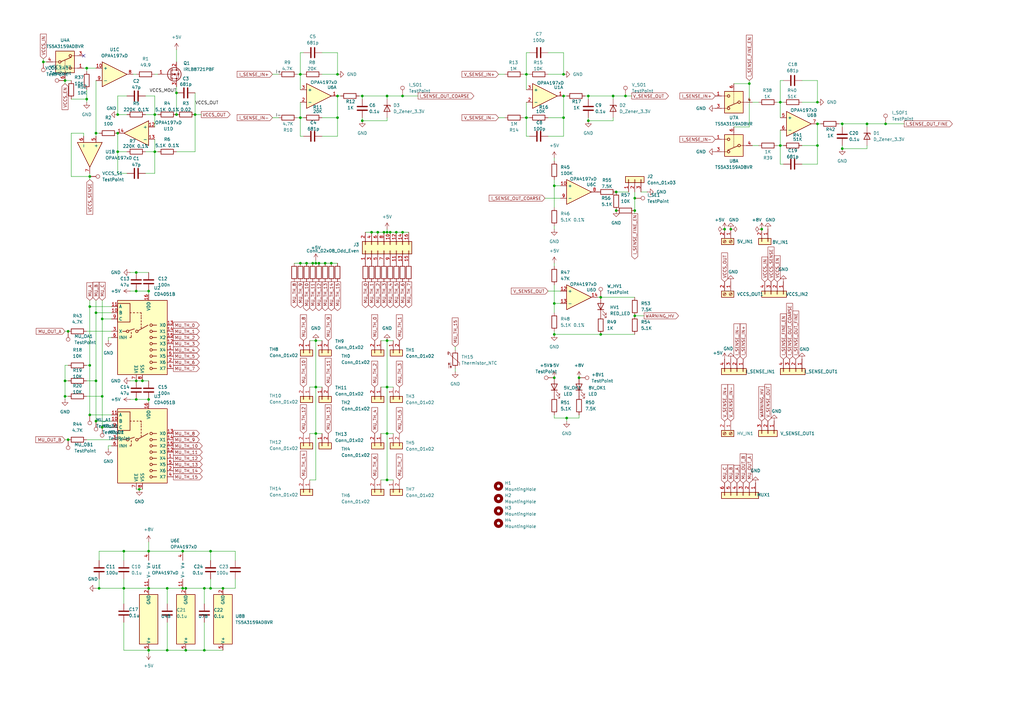
<source format=kicad_sch>
(kicad_sch (version 20250114) (generator "eeschema") (generator_version "9.0")
  (paper "A3")
  (junction (at 35.56 27.94))
  (junction (at 246.38 121.92))
  (junction (at 39.37 128.27))
  (junction (at 148.59 39.37))
  (junction (at 165.1 95.25))
  (junction (at 123.19 30.48))
  (junction (at 50.8 226.06))
  (junction (at 68.58 266.7))
  (junction (at 72.39 46.99))
  (junction (at 48.26 62.23))
  (junction (at 129.54 158.75))
  (junction (at 129.54 177.8))
  (junction (at 227.33 154.94))
  (junction (at 74.93 241.3))
  (junction (at 80.01 46.99))
  (junction (at 345.44 60.96))
  (junction (at 237.49 154.94))
  (junction (at 39.37 54.61))
  (junction (at 299.72 93.98))
  (junction (at 138.43 30.48))
  (junction (at 160.02 95.25))
  (junction (at 215.9 30.48))
  (junction (at 129.54 139.7))
  (junction (at 148.59 49.53))
  (junction (at 26.67 162.56))
  (junction (at 227.33 137.16))
  (junction (at 138.43 48.26))
  (junction (at 232.41 171.45))
  (junction (at 58.42 156.21))
  (junction (at 256.54 39.37))
  (junction (at 27.94 135.89))
  (junction (at 123.19 48.26))
  (junction (at 91.44 241.3))
  (junction (at 312.42 93.98))
  (junction (at 125.73 107.95))
  (junction (at 60.96 119.38))
  (junction (at 129.54 107.95))
  (junction (at 36.83 72.39))
  (junction (at 355.6 50.8))
  (junction (at 55.88 163.83))
  (junction (at 260.35 129.54))
  (junction (at 48.26 54.61))
  (junction (at 68.58 241.3))
  (junction (at 60.96 266.7))
  (junction (at 130.81 107.95))
  (junction (at 345.44 50.8))
  (junction (at 76.2 241.3))
  (junction (at 36.83 149.86))
  (junction (at 158.75 196.85))
  (junction (at 227.33 124.46))
  (junction (at 335.28 50.8))
  (junction (at 86.36 226.06))
  (junction (at 48.26 46.99))
  (junction (at 50.8 241.3))
  (junction (at 35.56 40.64))
  (junction (at 27.94 180.34))
  (junction (at 158.75 39.37))
  (junction (at 297.18 93.98))
  (junction (at 157.48 95.25))
  (junction (at 152.4 95.25))
  (junction (at 335.28 59.69))
  (junction (at 39.37 172.72))
  (junction (at 57.15 200.66))
  (junction (at 55.88 119.38))
  (junction (at 83.82 241.3))
  (junction (at 252.73 78.74))
  (junction (at 320.04 41.91))
  (junction (at 252.73 86.36))
  (junction (at 26.67 33.02))
  (junction (at 41.91 162.56))
  (junction (at 241.3 49.53))
  (junction (at 74.93 226.06))
  (junction (at 39.37 156.21))
  (junction (at 76.2 266.7))
  (junction (at 138.43 39.37))
  (junction (at 36.83 170.18))
  (junction (at 158.75 139.7))
  (junction (at 63.5 46.99))
  (junction (at 227.33 76.2))
  (junction (at 335.28 41.91))
  (junction (at 165.1 39.37))
  (junction (at 307.34 34.29))
  (junction (at 231.14 48.26))
  (junction (at 231.14 39.37))
  (junction (at 158.75 158.75))
  (junction (at 40.64 241.3))
  (junction (at 158.75 95.25))
  (junction (at 55.88 111.76))
  (junction (at 63.5 62.23))
  (junction (at 36.83 125.73))
  (junction (at 154.94 95.25))
  (junction (at 60.96 241.3))
  (junction (at 60.96 163.83))
  (junction (at 260.35 86.36))
  (junction (at 26.67 156.21))
  (junction (at 215.9 48.26))
  (junction (at 41.91 175.26))
  (junction (at 123.19 107.95))
  (junction (at 17.78 25.4))
  (junction (at 55.88 156.21))
  (junction (at 162.56 95.25))
  (junction (at 260.35 81.28))
  (junction (at 72.39 38.1))
  (junction (at 363.22 50.8))
  (junction (at 128.27 107.95))
  (junction (at 41.91 130.81))
  (junction (at 83.82 266.7))
  (junction (at 241.3 39.37))
  (junction (at 86.36 241.3))
  (junction (at 246.38 137.16))
  (junction (at 320.04 59.69))
  (junction (at 133.35 107.95))
  (junction (at 135.89 107.95))
  (junction (at 158.75 177.8))
  (junction (at 251.46 39.37))
  (junction (at 60.96 226.06))
  (junction (at 231.14 30.48))
  (no_connect (at 34.29 22.86))
  (wire (pts (xy 129.54 139.7) (xy 129.54 158.75)))
  (wire (pts (xy 204.47 30.48) (xy 207.01 30.48)))
  (wire (pts (xy 36.83 149.86) (xy 36.83 170.18)))
  (wire (pts (xy 35.56 149.86) (xy 36.83 149.86)))
  (wire (pts (xy 83.82 255.27) (xy 83.82 266.7)))
  (wire (pts (xy 17.78 25.4) (xy 19.05 25.4)))
  (wire (pts (xy 39.37 156.21) (xy 39.37 172.72)))
  (wire (pts (xy 36.83 123.19) (xy 36.83 125.73)))
  (wire (pts (xy 204.47 48.26) (xy 207.01 48.26)))
  (wire (pts (xy 130.81 107.95) (xy 133.35 107.95)))
  (wire (pts (xy 123.19 30.48) (xy 123.19 21.59)))
  (wire (pts (xy 39.37 54.61) (xy 39.37 55.88)))
  (wire (pts (xy 123.19 21.59) (xy 124.46 21.59)))
  (wire (pts (xy 53.34 119.38) (xy 55.88 119.38)))
  (wire (pts (xy 41.91 130.81) (xy 41.91 162.56)))
  (wire (pts (xy 60.96 266.7) (xy 60.96 267.97)))
  (wire (pts (xy 231.14 39.37) (xy 232.41 39.37)))
  (wire (pts (xy 251.46 39.37) (xy 256.54 39.37)))
  (wire (pts (xy 76.2 266.7) (xy 83.82 266.7)))
  (wire (pts (xy 40.64 226.06) (xy 40.64 229.87)))
  (wire (pts (xy 26.67 162.56) (xy 27.94 162.56)))
  (wire (pts (xy 227.33 92.71) (xy 227.33 93.98)))
  (wire (pts (xy 41.91 175.26) (xy 45.72 175.26)))
  (wire (pts (xy 318.77 41.91) (xy 320.04 41.91)))
  (wire (pts (xy 158.75 139.7) (xy 158.75 158.75)))
  (wire (pts (xy 44.45 138.43) (xy 45.72 138.43)))
  (wire (pts (xy 251.46 48.26) (xy 251.46 49.53)))
  (wire (pts (xy 215.9 30.48) (xy 215.9 21.59)))
  (wire (pts (xy 129.54 158.75) (xy 132.08 158.75)))
  (wire (pts (xy 36.83 72.39) (xy 36.83 71.12)))
  (wire (pts (xy 158.75 39.37) (xy 165.1 39.37)))
  (wire (pts (xy 260.35 86.36) (xy 260.35 87.63)))
  (wire (pts (xy 345.44 50.8) (xy 345.44 52.07)))
  (wire (pts (xy 35.56 27.94) (xy 39.37 27.94)))
  (wire (pts (xy 96.52 241.3) (xy 96.52 237.49)))
  (wire (pts (xy 123.19 55.88) (xy 123.19 48.26)))
  (wire (pts (xy 224.79 30.48) (xy 231.14 30.48)))
  (wire (pts (xy 148.59 39.37) (xy 148.59 40.64)))
  (wire (pts (xy 224.79 119.38) (xy 229.87 119.38)))
  (wire (pts (xy 63.5 46.99) (xy 64.77 46.99)))
  (wire (pts (xy 363.22 50.8) (xy 370.84 50.8)))
  (wire (pts (xy 39.37 54.61) (xy 40.64 54.61)))
  (wire (pts (xy 227.33 137.16) (xy 246.38 137.16)))
  (wire (pts (xy 76.2 241.3) (xy 83.82 241.3)))
  (wire (pts (xy 215.9 48.26) (xy 217.17 48.26)))
  (wire (pts (xy 158.75 95.25) (xy 160.02 95.25)))
  (wire (pts (xy 158.75 48.26) (xy 158.75 49.53)))
  (wire (pts (xy 52.07 39.37) (xy 48.26 39.37)))
  (wire (pts (xy 50.8 237.49) (xy 50.8 241.3)))
  (wire (pts (xy 320.04 41.91) (xy 321.31 41.91)))
  (wire (pts (xy 124.46 55.88) (xy 123.19 55.88)))
  (wire (pts (xy 147.32 39.37) (xy 148.59 39.37)))
  (wire (pts (xy 135.89 107.95) (xy 138.43 107.95)))
  (wire (pts (xy 335.28 50.8) (xy 336.55 50.8)))
  (wire (pts (xy 321.31 67.31) (xy 320.04 67.31)))
  (wire (pts (xy 237.49 170.18) (xy 237.49 171.45)))
  (wire (pts (xy 86.36 241.3) (xy 91.44 241.3)))
  (wire (pts (xy 148.59 39.37) (xy 158.75 39.37)))
  (wire (pts (xy 27.94 149.86) (xy 26.67 149.86)))
  (wire (pts (xy 36.83 125.73) (xy 45.72 125.73)))
  (wire (pts (xy 148.59 48.26) (xy 148.59 49.53)))
  (wire (pts (xy 59.69 62.23) (xy 63.5 62.23)))
  (wire (pts (xy 152.4 95.25) (xy 154.94 95.25)))
  (wire (pts (xy 86.36 237.49) (xy 86.36 241.3)))
  (wire (pts (xy 29.21 40.64) (xy 35.56 40.64)))
  (wire (pts (xy 240.03 39.37) (xy 241.3 39.37)))
  (wire (pts (xy 80.01 62.23) (xy 80.01 46.99)))
  (wire (pts (xy 39.37 128.27) (xy 39.37 156.21)))
  (wire (pts (xy 36.83 72.39) (xy 36.83 73.66)))
  (wire (pts (xy 328.93 33.02) (xy 335.28 33.02)))
  (wire (pts (xy 86.36 226.06) (xy 96.52 226.06)))
  (wire (pts (xy 50.8 226.06) (xy 40.64 226.06)))
  (wire (pts (xy 26.67 156.21) (xy 27.94 156.21)))
  (wire (pts (xy 156.21 196.85) (xy 158.75 196.85)))
  (wire (pts (xy 355.6 59.69) (xy 355.6 60.96)))
  (wire (pts (xy 320.04 41.91) (xy 320.04 48.26)))
  (wire (pts (xy 86.36 229.87) (xy 86.36 226.06)))
  (wire (pts (xy 121.92 30.48) (xy 123.19 30.48)))
  (wire (pts (xy 256.54 39.37) (xy 259.08 39.37)))
  (wire (pts (xy 48.26 71.12) (xy 48.26 62.23)))
  (wire (pts (xy 48.26 39.37) (xy 48.26 46.99)))
  (wire (pts (xy 320.04 41.91) (xy 320.04 33.02)))
  (wire (pts (xy 60.96 163.83) (xy 60.96 165.1)))
  (wire (pts (xy 132.08 55.88) (xy 138.43 55.88)))
  (wire (pts (xy 129.54 139.7) (xy 132.08 139.7)))
  (wire (pts (xy 227.33 171.45) (xy 227.33 170.18)))
  (wire (pts (xy 127 196.85) (xy 129.54 196.85)))
  (wire (pts (xy 138.43 39.37) (xy 139.7 39.37)))
  (wire (pts (xy 129.54 177.8) (xy 129.54 196.85)))
  (wire (pts (xy 53.34 156.21) (xy 55.88 156.21)))
  (wire (pts (xy 214.63 48.26) (xy 215.9 48.26)))
  (wire (pts (xy 138.43 48.26) (xy 138.43 39.37)))
  (wire (pts (xy 231.14 55.88) (xy 231.14 48.26)))
  (wire (pts (xy 55.88 156.21) (xy 58.42 156.21)))
  (wire (pts (xy 121.92 48.26) (xy 123.19 48.26)))
  (wire (pts (xy 35.56 41.91) (xy 35.56 40.64)))
  (wire (pts (xy 54.61 30.48) (xy 55.88 30.48)))
  (wire (pts (xy 57.15 200.66) (xy 58.42 200.66)))
  (wire (pts (xy 227.33 124.46) (xy 227.33 128.27)))
  (wire (pts (xy 74.93 241.3) (xy 76.2 241.3)))
  (wire (pts (xy 345.44 50.8) (xy 355.6 50.8)))
  (wire (pts (xy 355.6 60.96) (xy 345.44 60.96)))
  (wire (pts (xy 320.04 67.31) (xy 320.04 59.69)))
  (wire (pts (xy 241.3 48.26) (xy 241.3 49.53)))
  (wire (pts (xy 39.37 172.72) (xy 45.72 172.72)))
  (wire (pts (xy 129.54 158.75) (xy 129.54 177.8)))
  (wire (pts (xy 44.45 184.15) (xy 44.45 182.88)))
  (wire (pts (xy 123.19 30.48) (xy 124.46 30.48)))
  (wire (pts (xy 132.08 30.48) (xy 138.43 30.48)))
  (wire (pts (xy 129.54 177.8) (xy 132.08 177.8)))
  (wire (pts (xy 344.17 50.8) (xy 345.44 50.8)))
  (wire (pts (xy 252.73 78.74) (xy 257.81 78.74)))
  (wire (pts (xy 158.75 158.75) (xy 161.29 158.75)))
  (wire (pts (xy 29.21 54.61) (xy 29.21 72.39)))
  (wire (pts (xy 232.41 171.45) (xy 227.33 171.45)))
  (wire (pts (xy 217.17 55.88) (xy 215.9 55.88)))
  (wire (pts (xy 63.5 46.99) (xy 59.69 46.99)))
  (wire (pts (xy 123.19 30.48) (xy 123.19 36.83)))
  (wire (pts (xy 72.39 35.56) (xy 72.39 38.1)))
  (wire (pts (xy 52.07 71.12) (xy 48.26 71.12)))
  (wire (pts (xy 63.5 30.48) (xy 64.77 30.48)))
  (wire (pts (xy 55.88 200.66) (xy 57.15 200.66)))
  (wire (pts (xy 260.35 78.74) (xy 260.35 81.28)))
  (wire (pts (xy 63.5 71.12) (xy 63.5 62.23)))
  (wire (pts (xy 307.34 33.02) (xy 307.34 34.29)))
  (wire (pts (xy 58.42 156.21) (xy 60.96 156.21)))
  (wire (pts (xy 133.35 107.95) (xy 135.89 107.95)))
  (wire (pts (xy 138.43 21.59) (xy 138.43 30.48)))
  (wire (pts (xy 224.79 55.88) (xy 231.14 55.88)))
  (wire (pts (xy 335.28 33.02) (xy 335.28 41.91)))
  (wire (pts (xy 262.89 78.74) (xy 265.43 78.74)))
  (wire (pts (xy 129.54 106.68) (xy 129.54 107.95)))
  (wire (pts (xy 44.45 182.88) (xy 45.72 182.88)))
  (wire (pts (xy 52.07 62.23) (xy 48.26 62.23)))
  (wire (pts (xy 80.01 38.1) (xy 80.01 46.99)))
  (wire (pts (xy 251.46 49.53) (xy 241.3 49.53)))
  (wire (pts (xy 80.01 46.99) (xy 82.55 46.99)))
  (wire (pts (xy 165.1 95.25) (xy 167.64 95.25)))
  (wire (pts (xy 50.8 241.3) (xy 40.64 241.3)))
  (wire (pts (xy 83.82 241.3) (xy 86.36 241.3)))
  (wire (pts (xy 39.37 128.27) (xy 45.72 128.27)))
  (wire (pts (xy 165.1 39.37) (xy 171.45 39.37)))
  (wire (pts (xy 17.78 24.13) (xy 17.78 25.4)))
  (wire (pts (xy 227.33 76.2) (xy 229.87 76.2)))
  (wire (pts (xy 35.56 135.89) (xy 45.72 135.89)))
  (wire (pts (xy 83.82 266.7) (xy 91.44 266.7)))
  (wire (pts (xy 138.43 55.88) (xy 138.43 48.26)))
  (wire (pts (xy 39.37 241.3) (xy 40.64 241.3)))
  (wire (pts (xy 125.73 107.95) (xy 128.27 107.95)))
  (wire (pts (xy 50.8 226.06) (xy 60.96 226.06)))
  (wire (pts (xy 91.44 241.3) (xy 96.52 241.3)))
  (wire (pts (xy 328.93 59.69) (xy 335.28 59.69)))
  (wire (pts (xy 335.28 67.31) (xy 335.28 59.69)))
  (wire (pts (xy 224.79 48.26) (xy 231.14 48.26)))
  (wire (pts (xy 132.08 48.26) (xy 138.43 48.26)))
  (wire (pts (xy 158.75 177.8) (xy 158.75 196.85)))
  (wire (pts (xy 26.67 156.21) (xy 26.67 162.56)))
  (wire (pts (xy 320.04 33.02) (xy 321.31 33.02)))
  (wire (pts (xy 318.77 59.69) (xy 320.04 59.69)))
  (wire (pts (xy 129.54 107.95) (xy 130.81 107.95)))
  (wire (pts (xy 158.75 49.53) (xy 148.59 49.53)))
  (wire (pts (xy 246.38 121.92) (xy 260.35 121.92)))
  (wire (pts (xy 26.67 162.56) (xy 26.67 163.83)))
  (wire (pts (xy 328.93 67.31) (xy 335.28 67.31)))
  (wire (pts (xy 237.49 171.45) (xy 232.41 171.45)))
  (wire (pts (xy 123.19 48.26) (xy 123.19 41.91)))
  (wire (pts (xy 63.5 39.37) (xy 63.5 46.99)))
  (wire (pts (xy 214.63 30.48) (xy 215.9 30.48)))
  (wire (pts (xy 55.88 111.76) (xy 60.96 111.76)))
  (wire (pts (xy 127 139.7) (xy 129.54 139.7)))
  (wire (pts (xy 227.33 116.84) (xy 227.33 124.46)))
  (wire (pts (xy 231.14 21.59) (xy 231.14 30.48)))
  (wire (pts (xy 328.93 41.91) (xy 335.28 41.91)))
  (wire (pts (xy 63.5 52.07) (xy 63.5 46.99)))
  (wire (pts (xy 60.96 119.38) (xy 60.96 120.65)))
  (wire (pts (xy 251.46 39.37) (xy 251.46 40.64)))
  (wire (pts (xy 227.33 135.89) (xy 227.33 137.16)))
  (wire (pts (xy 44.45 139.7) (xy 44.45 138.43)))
  (wire (pts (xy 162.56 95.25) (xy 165.1 95.25)))
  (wire (pts (xy 260.35 81.28) (xy 260.35 86.36)))
  (wire (pts (xy 50.8 241.3) (xy 60.96 241.3)))
  (wire (pts (xy 158.75 139.7) (xy 161.29 139.7)))
  (wire (pts (xy 34.29 27.94) (xy 35.56 27.94)))
  (wire (pts (xy 59.69 39.37) (xy 63.5 39.37)))
  (wire (pts (xy 227.33 124.46) (xy 229.87 124.46)))
  (wire (pts (xy 55.88 163.83) (xy 60.96 163.83)))
  (wire (pts (xy 345.44 59.69) (xy 345.44 60.96)))
  (wire (pts (xy 68.58 266.7) (xy 76.2 266.7)))
  (wire (pts (xy 60.96 266.7) (xy 68.58 266.7)))
  (wire (pts (xy 36.83 170.18) (xy 45.72 170.18)))
  (wire (pts (xy 53.34 111.76) (xy 55.88 111.76)))
  (wire (pts (xy 68.58 255.27) (xy 68.58 266.7)))
  (wire (pts (xy 232.41 171.45) (xy 232.41 172.72)))
  (wire (pts (xy 308.61 59.69) (xy 311.15 59.69)))
  (wire (pts (xy 308.61 41.91) (xy 311.15 41.91)))
  (wire (pts (xy 96.52 226.06) (xy 96.52 229.87)))
  (wire (pts (xy 36.83 125.73) (xy 36.83 149.86)))
  (wire (pts (xy 154.94 95.25) (xy 157.48 95.25)))
  (wire (pts (xy 123.19 107.95) (xy 125.73 107.95)))
  (wire (pts (xy 35.56 180.34) (xy 45.72 180.34)))
  (wire (pts (xy 74.93 226.06) (xy 86.36 226.06)))
  (wire (pts (xy 83.82 241.3) (xy 83.82 247.65)))
  (wire (pts (xy 29.21 72.39) (xy 36.83 72.39)))
  (wire (pts (xy 300.99 52.07) (xy 307.34 52.07)))
  (wire (pts (xy 156.21 177.8) (xy 158.75 177.8)))
  (wire (pts (xy 320.04 59.69) (xy 321.31 59.69)))
  (wire (pts (xy 158.75 39.37) (xy 158.75 40.64)))
  (wire (pts (xy 63.5 62.23) (xy 64.77 62.23)))
  (wire (pts (xy 132.08 21.59) (xy 138.43 21.59)))
  (wire (pts (xy 60.96 241.3) (xy 68.58 241.3)))
  (wire (pts (xy 127 158.75) (xy 129.54 158.75)))
  (wire (pts (xy 41.91 162.56) (xy 41.91 175.26)))
  (wire (pts (xy 355.6 50.8) (xy 355.6 52.07)))
  (wire (pts (xy 39.37 33.02) (xy 39.37 54.61)))
  (wire (pts (xy 48.26 46.99) (xy 52.07 46.99)))
  (wire (pts (xy 59.69 71.12) (xy 63.5 71.12)))
  (wire (pts (xy 72.39 20.32) (xy 72.39 25.4)))
  (wire (pts (xy 53.34 163.83) (xy 55.88 163.83)))
  (wire (pts (xy 41.91 130.81) (xy 45.72 130.81)))
  (wire (pts (xy 60.96 226.06) (xy 74.93 226.06)))
  (wire (pts (xy 72.39 38.1) (xy 72.39 46.99)))
  (wire (pts (xy 158.75 158.75) (xy 158.75 177.8)))
  (wire (pts (xy 123.19 48.26) (xy 124.46 48.26)))
  (wire (pts (xy 227.33 107.95) (xy 227.33 109.22)))
  (wire (pts (xy 245.11 121.92) (xy 246.38 121.92)))
  (wire (pts (xy 241.3 39.37) (xy 251.46 39.37)))
  (wire (pts (xy 215.9 55.88) (xy 215.9 48.26)))
  (wire (pts (xy 26.67 33.02) (xy 29.21 33.02)))
  (wire (pts (xy 158.75 93.98) (xy 158.75 95.25)))
  (wire (pts (xy 35.56 40.64) (xy 35.56 36.83)))
  (wire (pts (xy 48.26 62.23) (xy 48.26 54.61)))
  (wire (pts (xy 246.38 137.16) (xy 260.35 137.16)))
  (wire (pts (xy 307.34 52.07) (xy 307.34 34.29)))
  (wire (pts (xy 158.75 196.85) (xy 161.29 196.85)))
  (wire (pts (xy 335.28 59.69) (xy 335.28 50.8)))
  (wire (pts (xy 307.34 34.29) (xy 300.99 34.29)))
  (wire (pts (xy 35.56 162.56) (xy 41.91 162.56)))
  (wire (pts (xy 227.33 64.77) (xy 227.33 66.04)))
  (wire (pts (xy 158.75 177.8) (xy 161.29 177.8)))
  (wire (pts (xy 156.21 158.75) (xy 158.75 158.75)))
  (wire (pts (xy 227.33 76.2) (xy 227.33 85.09)))
  (wire (pts (xy 224.79 21.59) (xy 231.14 21.59)))
  (wire (pts (xy 215.9 30.48) (xy 215.9 36.83)))
  (wire (pts (xy 260.35 129.54) (xy 264.16 129.54)))
  (wire (pts (xy 231.14 48.26) (xy 231.14 39.37)))
  (wire (pts (xy 60.96 222.25) (xy 60.96 226.06)))
  (wire (pts (xy 160.02 95.25) (xy 162.56 95.25)))
  (wire (pts (xy 50.8 229.87) (xy 50.8 226.06)))
  (wire (pts (xy 215.9 30.48) (xy 217.17 30.48)))
  (wire (pts (xy 156.21 139.7) (xy 158.75 139.7)))
  (wire (pts (xy 40.64 241.3) (xy 40.64 237.49)))
  (wire (pts (xy 128.27 107.95) (xy 129.54 107.95)))
  (wire (pts (xy 111.76 48.26) (xy 114.3 48.26)))
  (wire (pts (xy 34.29 55.88) (xy 34.29 54.61)))
  (wire (pts (xy 63.5 57.15) (xy 63.5 62.23)))
  (wire (pts (xy 186.69 142.24) (xy 186.69 143.51)))
  (wire (pts (xy 68.58 241.3) (xy 74.93 241.3)))
  (wire (pts (xy 215.9 21.59) (xy 217.17 21.59)))
  (wire (pts (xy 72.39 62.23) (xy 80.01 62.23)))
  (wire (pts (xy 241.3 39.37) (xy 241.3 40.64)))
  (wire (pts (xy 186.69 151.13) (xy 186.69 152.4)))
  (wire (pts (xy 149.86 95.25) (xy 152.4 95.25)))
  (wire (pts (xy 223.52 81.28) (xy 229.87 81.28)))
  (wire (pts (xy 26.67 135.89) (xy 27.94 135.89)))
  (wire (pts (xy 50.8 255.27) (xy 50.8 266.7)))
  (wire (pts (xy 26.67 180.34) (xy 27.94 180.34)))
  (wire (pts (xy 26.67 33.02) (xy 26.67 34.29)))
  (wire (pts (xy 157.48 95.25) (xy 158.75 95.25)))
  (wire (pts (xy 68.58 241.3) (xy 68.58 247.65)))
  (wire (pts (xy 120.65 107.95) (xy 123.19 107.95)))
  (wire (pts (xy 34.29 54.61) (xy 29.21 54.61)))
  (wire (pts (xy 215.9 48.26) (xy 215.9 41.91)))
  (wire (pts (xy 227.33 73.66) (xy 227.33 76.2)))
  (wire (pts (xy 127 177.8) (xy 129.54 177.8)))
  (wire (pts (xy 35.56 27.94) (xy 35.56 29.21)))
  (wire (pts (xy 26.67 149.86) (xy 26.67 156.21)))
  (wire (pts (xy 320.04 59.69) (xy 320.04 53.34)))
  (wire (pts (xy 50.8 247.65) (xy 50.8 241.3)))
  (wire (pts (xy 111.76 30.48) (xy 114.3 30.48)))
  (wire (pts (xy 41.91 123.19) (xy 41.91 130.81)))
  (wire (pts (xy 355.6 50.8) (xy 363.22 50.8)))
  (wire (pts (xy 39.37 123.19) (xy 39.37 128.27)))
  (wire (pts (xy 35.56 156.21) (xy 39.37 156.21)))
  (wire (pts (xy 55.88 119.38) (xy 60.96 119.38)))
  (wire (pts (xy 50.8 266.7) (xy 60.96 266.7)))
  (label "I-" (at 113.03 48.26 0))
  (label "VCCS_MOUT" (at 72.39 38.1 180))
  (label "VCCS_OUT" (at 80.01 43.18 0))
  (label "I+" (at 113.03 30.48 0))
  (global_label "MU_TH_4" (shape output) (at 71.12 143.51 0) (property "Intersheetrefs" "${INTERSHEET_REFS}" (effects (hide yes))))
  (global_label "VCCS_EN" (shape input) (at 318.77 115.57 90) (property "Intersheetrefs" "${INTERSHEET_REFS}" (effects (hide yes))))
  (global_label "MU_C" (shape input) (at 297.18 198.12 90) (property "Intersheetrefs" "${INTERSHEET_REFS}" (effects (hide yes))))
  (global_label "WARNING_HV" (shape output) (at 264.16 129.54 0) (property "Intersheetrefs" "${INTERSHEET_REFS}" (effects (hide yes))))
  (global_label "V_SENSE_OUT" (shape output) (at 259.08 39.37 0) (property "Intersheetrefs" "${INTERSHEET_REFS}" (effects (hide yes))))
  (global_label "MU_TH_7" (shape output) (at 167.64 115.57 270) (property "Intersheetrefs" "${INTERSHEET_REFS}" (effects (hide yes))))
  (global_label "MU_TH_8" (shape input) (at 124.46 139.7 90) (property "Intersheetrefs" "${INTERSHEET_REFS}" (effects (hide yes))))
  (global_label "I_SENSE_IN+" (shape input) (at 293.37 39.37 180) (property "Intersheetrefs" "${INTERSHEET_REFS}" (effects (hide yes))))
  (global_label "MU_TH_0" (shape output) (at 149.86 115.57 270) (property "Intersheetrefs" "${INTERSHEET_REFS}" (effects (hide yes))))
  (global_label "I_SENSE_IN+" (shape input) (at 111.76 30.48 180) (property "Intersheetrefs" "${INTERSHEET_REFS}" (effects (hide yes))))
  (global_label "MU_TH_6" (shape output) (at 165.1 115.57 270) (property "Intersheetrefs" "${INTERSHEET_REFS}" (effects (hide yes))))
  (global_label "MU_OUT_B" (shape input) (at 26.67 180.34 180) (property "Intersheetrefs" "${INTERSHEET_REFS}" (effects (hide yes))))
  (global_label "V_SENSE_IN+" (shape input) (at 297.18 172.72 90) (property "Intersheetrefs" "${INTERSHEET_REFS}" (effects (hide yes))))
  (global_label "VCCS_EN" (shape input) (at 26.67 34.29 270) (property "Intersheetrefs" "${INTERSHEET_REFS}" (effects (hide yes))))
  (global_label "VCCS_OUT" (shape output) (at 82.55 46.99 0) (property "Intersheetrefs" "${INTERSHEET_REFS}" (effects (hide yes))))
  (global_label "MU_TH_12" (shape output) (at 130.81 115.57 270) (property "Intersheetrefs" "${INTERSHEET_REFS}" (effects (hide yes))))
  (global_label "MU_TH_3" (shape input) (at 163.83 158.75 90) (property "Intersheetrefs" "${INTERSHEET_REFS}" (effects (hide yes))))
  (global_label "MU_TH_5" (shape output) (at 162.56 115.57 270) (property "Intersheetrefs" "${INTERSHEET_REFS}" (effects (hide yes))))
  (global_label "MU_TH_12" (shape input) (at 124.46 177.8 90) (property "Intersheetrefs" "${INTERSHEET_REFS}" (effects (hide yes))))
  (global_label "MU_TH_6" (shape output) (at 71.12 148.59 0) (property "Intersheetrefs" "${INTERSHEET_REFS}" (effects (hide yes))))
  (global_label "MU_TH_14" (shape input) (at 124.46 196.85 90) (property "Intersheetrefs" "${INTERSHEET_REFS}" (effects (hide yes))))
  (global_label "MU_TH_11" (shape output) (at 128.27 115.57 270) (property "Intersheetrefs" "${INTERSHEET_REFS}" (effects (hide yes))))
  (global_label "VCCS_IN" (shape input) (at 313.69 115.57 90) (property "Intersheetrefs" "${INTERSHEET_REFS}" (effects (hide yes))))
  (global_label "MU_TH_3" (shape output) (at 157.48 115.57 270) (property "Intersheetrefs" "${INTERSHEET_REFS}" (effects (hide yes))))
  (global_label "I_SENSE_FINE_EN" (shape output) (at 260.35 87.63 270) (property "Intersheetrefs" "${INTERSHEET_REFS}" (effects (hide yes))))
  (global_label "MU_TH_1" (shape input) (at 163.83 139.7 90) (property "Intersheetrefs" "${INTERSHEET_REFS}" (effects (hide yes))))
  (global_label "WARNING_HV" (shape input) (at 312.42 172.72 90) (property "Intersheetrefs" "${INTERSHEET_REFS}" (effects (hide yes))))
  (global_label "I_SENSE_IN-" (shape input) (at 302.26 147.32 90) (property "Intersheetrefs" "${INTERSHEET_REFS}" (effects (hide yes))))
  (global_label "MU_OUT_A" (shape input) (at 307.34 198.12 90) (property "Intersheetrefs" "${INTERSHEET_REFS}" (effects (hide yes))))
  (global_label "MU_TH_3" (shape output) (at 71.12 140.97 0) (property "Intersheetrefs" "${INTERSHEET_REFS}" (effects (hide yes))))
  (global_label "MU_A" (shape input) (at 302.26 198.12 90) (property "Intersheetrefs" "${INTERSHEET_REFS}" (effects (hide yes))))
  (global_label "I_SENSE_IN+" (shape input) (at 304.8 147.32 90) (property "Intersheetrefs" "${INTERSHEET_REFS}" (effects (hide yes))))
  (global_label "MU_TH_9" (shape input) (at 134.62 139.7 90) (property "Intersheetrefs" "${INTERSHEET_REFS}" (effects (hide yes))))
  (global_label "MU_TH_11" (shape input) (at 134.62 158.75 90) (property "Intersheetrefs" "${INTERSHEET_REFS}" (effects (hide yes))))
  (global_label "MU_TH_5" (shape output) (at 71.12 146.05 0) (property "Intersheetrefs" "${INTERSHEET_REFS}" (effects (hide yes))))
  (global_label "MU_TH_14" (shape output) (at 135.89 115.57 270) (property "Intersheetrefs" "${INTERSHEET_REFS}" (effects (hide yes))))
  (global_label "MU_C" (shape input) (at 41.91 123.19 90) (property "Intersheetrefs" "${INTERSHEET_REFS}" (effects (hide yes))))
  (global_label "MU_TH_11" (shape output) (at 71.12 185.42 0) (property "Intersheetrefs" "${INTERSHEET_REFS}" (effects (hide yes))))
  (global_label "I_SENSE_OUT_FINE" (shape output) (at 370.84 50.8 0) (property "Intersheetrefs" "${INTERSHEET_REFS}" (effects (hide yes))))
  (global_label "I_SENSE_IN-" (shape input) (at 111.76 48.26 180) (property "Intersheetrefs" "${INTERSHEET_REFS}" (effects (hide yes))))
  (global_label "MU_TH_13" (shape output) (at 71.12 190.5 0) (property "Intersheetrefs" "${INTERSHEET_REFS}" (effects (hide yes))))
  (global_label "I_SENSE_IN-" (shape input) (at 293.37 57.15 180) (property "Intersheetrefs" "${INTERSHEET_REFS}" (effects (hide yes))))
  (global_label "MU_TH_14" (shape output) (at 71.12 193.04 0) (property "Intersheetrefs" "${INTERSHEET_REFS}" (effects (hide yes))))
  (global_label "MU_TH_8" (shape output) (at 120.65 115.57 270) (property "Intersheetrefs" "${INTERSHEET_REFS}" (effects (hide yes))))
  (global_label "I_SENSE_FINE_EN" (shape input) (at 307.34 33.02 90) (property "Intersheetrefs" "${INTERSHEET_REFS}" (effects (hide yes))))
  (global_label "MU_TH_15" (shape output) (at 138.43 115.57 270) (property "Intersheetrefs" "${INTERSHEET_REFS}" (effects (hide yes))))
  (global_label "MU_TH_13" (shape input) (at 134.62 177.8 90) (property "Intersheetrefs" "${INTERSHEET_REFS}" (effects (hide yes))))
  (global_label "MU_TH_13" (shape output) (at 133.35 115.57 270) (property "Intersheetrefs" "${INTERSHEET_REFS}" (effects (hide yes))))
  (global_label "MU_TH_6" (shape input) (at 153.67 196.85 90) (property "Intersheetrefs" "${INTERSHEET_REFS}" (effects (hide yes))))
  (global_label "MU_TH_1" (shape output) (at 152.4 115.57 270) (property "Intersheetrefs" "${INTERSHEET_REFS}" (effects (hide yes))))
  (global_label "V_SENSE_IN+" (shape input) (at 204.47 30.48 180) (property "Intersheetrefs" "${INTERSHEET_REFS}" (effects (hide yes))))
  (global_label "MU_TH_7" (shape input) (at 163.83 196.85 90) (property "Intersheetrefs" "${INTERSHEET_REFS}" (effects (hide yes))))
  (global_label "MU_TH_0" (shape input) (at 153.67 139.7 90) (property "Intersheetrefs" "${INTERSHEET_REFS}" (effects (hide yes))))
  (global_label "VCCS_SENSE" (shape input) (at 36.83 73.66 270) (property "Intersheetrefs" "${INTERSHEET_REFS}" (effects (hide yes))))
  (global_label "MU_TH_2" (shape input) (at 153.67 158.75 90) (property "Intersheetrefs" "${INTERSHEET_REFS}" (effects (hide yes))))
  (global_label "MU_TH_4" (shape input) (at 153.67 177.8 90) (property "Intersheetrefs" "${INTERSHEET_REFS}" (effects (hide yes))))
  (global_label "MU_OUT_A" (shape input) (at 26.67 135.89 180) (property "Intersheetrefs" "${INTERSHEET_REFS}" (effects (hide yes))))
  (global_label "V_SENSE_OUT" (shape input) (at 224.79 119.38 180) (property "Intersheetrefs" "${INTERSHEET_REFS}" (effects (hide yes))))
  (global_label "VCCS_OUT" (shape input) (at 297.18 115.57 90) (property "Intersheetrefs" "${INTERSHEET_REFS}" (effects (hide yes))))
  (global_label "V_SENSE_OUT" (shape input) (at 314.96 172.72 90) (property "Intersheetrefs" "${INTERSHEET_REFS}" (effects (hide yes))))
  (global_label "MU_TH_12" (shape output) (at 71.12 187.96 0) (property "Intersheetrefs" "${INTERSHEET_REFS}" (effects (hide yes))))
  (global_label "MU_TH_4" (shape output) (at 160.02 115.57 270) (property "Intersheetrefs" "${INTERSHEET_REFS}" (effects (hide yes))))
  (global_label "I_SENSE_OUT_COARSE" (shape input) (at 323.85 147.32 90) (property "Intersheetrefs" "${INTERSHEET_REFS}" (effects (hide yes))))
  (global_label "MU_B" (shape input) (at 39.37 123.19 90) (property "Intersheetrefs" "${INTERSHEET_REFS}" (effects (hide yes))))
  (global_label "MU_TH_8" (shape output) (at 71.12 177.8 0) (property "Intersheetrefs" "${INTERSHEET_REFS}" (effects (hide yes))))
  (global_label "MU_TH_10" (shape output) (at 71.12 182.88 0) (property "Intersheetrefs" "${INTERSHEET_REFS}" (effects (hide yes))))
  (global_label "MU_TH_5" (shape input) (at 163.83 177.8 90) (property "Intersheetrefs" "${INTERSHEET_REFS}" (effects (hide yes))))
  (global_label "MU_B" (shape input) (at 299.72 198.12 90) (property "Intersheetrefs" "${INTERSHEET_REFS}" (effects (hide yes))))
  (global_label "MU_TH_15" (shape input) (at 186.69 142.24 90) (property "Intersheetrefs" "${INTERSHEET_REFS}" (effects (hide yes))))
  (global_label "I_SENSE_OUT_COARSE" (shape output) (at 171.45 39.37 0) (property "Intersheetrefs" "${INTERSHEET_REFS}" (effects (hide yes))))
  (global_label "MU_TH_7" (shape output) (at 71.12 151.13 0) (property "Intersheetrefs" "${INTERSHEET_REFS}" (effects (hide yes))))
  (global_label "I_SENSE_OUT_FINE" (shape input) (at 326.39 147.32 90) (property "Intersheetrefs" "${INTERSHEET_REFS}" (effects (hide yes))))
  (global_label "MU_OUT_B" (shape input) (at 304.8 198.12 90) (property "Intersheetrefs" "${INTERSHEET_REFS}" (effects (hide yes))))
  (global_label "MU_TH_2" (shape output) (at 154.94 115.57 270) (property "Intersheetrefs" "${INTERSHEET_REFS}" (effects (hide yes))))
  (global_label "MU_TH_0" (shape output) (at 71.12 133.35 0) (property "Intersheetrefs" "${INTERSHEET_REFS}" (effects (hide yes))))
  (global_label "MU_TH_10" (shape output) (at 125.73 115.57 270) (property "Intersheetrefs" "${INTERSHEET_REFS}" (effects (hide yes))))
  (global_label "VCCS_SENSE" (shape input) (at 316.23 115.57 90) (property "Intersheetrefs" "${INTERSHEET_REFS}" (effects (hide yes))))
  (global_label "MU_TH_2" (shape output) (at 71.12 138.43 0) (property "Intersheetrefs" "${INTERSHEET_REFS}" (effects (hide yes))))
  (global_label "MU_TH_9" (shape output) (at 71.12 180.34 0) (property "Intersheetrefs" "${INTERSHEET_REFS}" (effects (hide yes))))
  (global_label "V_SENSE_IN-" (shape input) (at 299.72 172.72 90) (property "Intersheetrefs" "${INTERSHEET_REFS}" (effects (hide yes))))
  (global_label "I_SENSE_FINE_EN" (shape input) (at 321.31 147.32 90) (property "Intersheetrefs" "${INTERSHEET_REFS}" (effects (hide yes))))
  (global_label "MU_TH_9" (shape output) (at 123.19 115.57 270) (property "Intersheetrefs" "${INTERSHEET_REFS}" (effects (hide yes))))
  (global_label "VCCS_IN" (shape input) (at 17.78 24.13 90) (property "Intersheetrefs" "${INTERSHEET_REFS}" (effects (hide yes))))
  (global_label "I_SENSE_OUT_COARSE" (shape input) (at 223.52 81.28 180) (property "Intersheetrefs" "${INTERSHEET_REFS}" (effects (hide yes))))
  (global_label "MU_TH_15" (shape output) (at 71.12 195.58 0) (property "Intersheetrefs" "${INTERSHEET_REFS}" (effects (hide yes))))
  (global_label "MU_A" (shape input) (at 36.83 123.19 90) (property "Intersheetrefs" "${INTERSHEET_REFS}" (effects (hide yes))))
  (global_label "MU_TH_1" (shape output) (at 71.12 135.89 0) (property "Intersheetrefs" "${INTERSHEET_REFS}" (effects (hide yes))))
  (global_label "V_SENSE_IN-" (shape input) (at 204.47 48.26 180) (property "Intersheetrefs" "${INTERSHEET_REFS}" (effects (hide yes))))
  (global_label "MU_TH_10" (shape input) (at 124.46 158.75 90) (property "Intersheetrefs" "${INTERSHEET_REFS}" (effects (hide yes))))
  (symbol (lib_id "Device:R") (at 68.58 62.23 90) (unit 1)
    (property "Reference" "R6" (at 68.58 57.15 90))
    (property "Value" "5.1K 0.1%" (at 68.58 59.69 90))
    (property "Footprint" "Resistor_SMD:R_0603_1608Metric_Pad0.98x0.95mm_HandSolder" (effects (hide yes)))
    (property "Description" "Resistor" (effects (hide yes)))
  )
  (symbol (lib_id "Device:R") (at 260.35 133.35 0) (unit 1)
    (property "Reference" "R54" (at 262.89 132.0799 0) (effects (justify left)))
    (property "Value" "5.1K" (at 262.89 134.6199 0) (effects (justify left)))
    (property "Footprint" "Resistor_SMD:R_0603_1608Metric_Pad0.98x0.95mm_HandSolder" (effects (hide yes)))
    (property "Description" "Resistor" (effects (hide yes)))
  )
  (symbol (lib_id "Connector_Generic:Conn_01x02") (at 156.21 163.83 270) (unit 1)
    (property "Reference" "TH2" (at 139.954 165.1 90) (effects (justify left)))
    (property "Value" "Conn_01x02" (at 139.954 167.64 90) (effects (justify left)))
    (property "Footprint" "Connector_JST:JST_XH_B2B-XH-A_1x02_P2.50mm_Vertical" (effects (hide yes)))
    (property "Description" "Generic connector, single row, 01x02, script generated (kicad-library-utils/schlib/autogen/connector/)" (effects (hide yes)))
  )
  (symbol (lib_id "Device:C") (at 55.88 115.57 0) (unit 1)
    (property "Reference" "C13" (at 49.276 114.3 0) (effects (justify left)))
    (property "Value" "47u" (at 49.276 116.84 0) (effects (justify left)))
    (property "Footprint" "Capacitor_THT:C_Radial_D6.3mm_H11.0mm_P2.50mm" (effects (hide yes)))
    (property "Description" "Unpolarized capacitor" (effects (hide yes)))
  )
  (symbol (lib_id "Mechanical:MountingHole") (at 204.47 209.55 0) (unit 1) (exclude_from_sim yes) (in_bom no)
    (property "Reference" "H3" (at 207.01 208.2799 0) (effects (justify left)))
    (property "Value" "MountingHole" (at 207.01 210.8199 0) (effects (justify left)))
    (property "Footprint" "MountingHole:MountingHole_3.2mm_M3" (effects (hide yes)))
    (property "Description" "Mounting Hole without connection" (effects (hide yes)))
  )
  (symbol (lib_id "Connector_Generic:Conn_01x02") (at 132.08 163.83 90) (mirror x) (unit 1)
    (property "Reference" "TH11" (at 137.414 159.004 90) (effects (justify right)))
    (property "Value" "Conn_01x02" (at 137.414 161.544 90) (effects (justify right)))
    (property "Footprint" "Connector_JST:JST_XH_B2B-XH-A_1x02_P2.50mm_Vertical" (effects (hide yes)))
    (property "Description" "Generic connector, single row, 01x02, script generated (kicad-library-utils/schlib/autogen/connector/)" (effects (hide yes)))
  )
  (symbol (lib_id "Device:R") (at 227.33 132.08 0) (unit 1)
    (property "Reference" "R48" (at 229.87 130.8099 0) (effects (justify left)))
    (property "Value" "5.1K 0.1%" (at 229.87 133.3499 0) (effects (justify left)))
    (property "Footprint" "Resistor_SMD:R_0603_1608Metric_Pad0.98x0.95mm_HandSolder" (effects (hide yes)))
    (property "Description" "Resistor" (effects (hide yes)))
  )
  (symbol (lib_id "Device:R") (at 143.51 39.37 90) (unit 1)
    (property "Reference" "R12" (at 143.764 41.656 90))
    (property "Value" "1K" (at 143.764 44.196 90))
    (property "Footprint" "Resistor_SMD:R_0603_1608Metric_Pad0.98x0.95mm_HandSolder" (effects (hide yes)))
    (property "Description" "Resistor" (effects (hide yes)))
  )
  (symbol (lib_id "Connector_Generic:Conn_01x02") (at 127 201.93 270) (unit 1)
    (property "Reference" "TH14" (at 110.49 200.406 90) (effects (justify left)))
    (property "Value" "Conn_01x02" (at 110.49 202.946 90) (effects (justify left)))
    (property "Footprint" "Connector_JST:JST_XH_B2B-XH-A_1x02_P2.50mm_Vertical" (effects (hide yes)))
    (property "Description" "Generic connector, single row, 01x02, script generated (kicad-library-utils/schlib/autogen/connector/)" (effects (hide yes)))
  )
  (symbol (lib_id "power:GND") (at 328.93 147.32 180) (unit 1)
    (property "Reference" "#PWR044" (effects (hide yes)))
    (property "Value" "GND" (at 329.946 143.256 0))
    (property "Description" "Power symbol creates a global label with name \"GND\" , ground" (effects (hide yes)))
  )
  (symbol (lib_id "power:GND") (at 138.43 30.48 90) (unit 1)
    (property "Reference" "#PWR03" (effects (hide yes)))
    (property "Value" "GND" (at 142.24 30.4799 90) (effects (justify right)))
    (property "Description" "Power symbol creates a global label with name \"GND\" , ground" (effects (hide yes)))
  )
  (symbol (lib_id "power:GND") (at 227.33 137.16 0) (unit 1)
    (property "Reference" "#PWR035" (effects (hide yes)))
    (property "Value" "GND" (at 227.33 142.24 0))
    (property "Description" "Power symbol creates a global label with name \"GND\" , ground" (effects (hide yes)))
  )
  (symbol (lib_id "power:GND") (at 314.96 93.98 180) (unit 1)
    (property "Reference" "#PWR039" (effects (hide yes)))
    (property "Value" "GND" (at 315.976 90.17 0))
    (property "Description" "Power symbol creates a global label with name \"GND\" , ground" (effects (hide yes)))
  )
  (symbol (lib_id "Amplifier_Operational:OPA4197xD") (at 46.99 30.48 0) (unit 3)
    (property "Reference" "U1" (at 46.99 20.32 0))
    (property "Value" "OPA4197xD" (at 46.99 22.86 0))
    (property "Footprint" "Package_SO:SOIC-14_3.9x8.7mm_P1.27mm" (effects (hide yes)))
    (property "Datasheet" "http://www.ti.com/lit/ds/symlink/opa4197.pdf" (effects (hide yes)))
    (property "Description" "Quad 36V, Precision, Rail-to-Rail Input/Output, Low Offset Voltage, Operational Amplifier, SOIC-14" (effects (hide yes)))
  )
  (symbol (lib_id "Device:R") (at 125.73 111.76 0) (unit 1)
    (property "Reference" "R31" (effects (hide yes)))
    (property "Value" "10K 0.5%" (effects (hide yes)))
    (property "Footprint" "Resistor_SMD:R_0805_2012Metric_Pad1.20x1.40mm_HandSolder" (effects (hide yes)))
    (property "Description" "Resistor" (effects (hide yes)))
  )
  (symbol (lib_id "Device:R") (at 44.45 54.61 90) (unit 1)
    (property "Reference" "R2" (at 44.45 48.26 90))
    (property "Value" "100" (at 44.45 50.8 90))
    (property "Footprint" "Resistor_SMD:R_0603_1608Metric_Pad0.98x0.95mm_HandSolder" (effects (hide yes)))
    (property "Description" "Resistor" (effects (hide yes)))
  )
  (symbol (lib_id "Connector_Generic:Conn_01x02") (at 314.96 99.06 270) (unit 1)
    (property "Reference" "8V_IN1" (at 316.738 99.314 90) (effects (justify left)))
    (property "Value" "Conn_01x02" (effects (hide yes)))
    (property "Footprint" "Connector_JST:JST_XH_B2B-XH-A_1x02_P2.50mm_Vertical" (effects (hide yes)))
    (property "Description" "Generic connector, single row, 01x02, script generated (kicad-library-utils/schlib/autogen/connector/)" (effects (hide yes)))
  )
  (symbol (lib_id "Device:R") (at 138.43 111.76 0) (unit 1)
    (property "Reference" "R36" (effects (hide yes)))
    (property "Value" "10K 0.5%" (effects (hide yes)))
    (property "Footprint" "Resistor_SMD:R_0805_2012Metric_Pad1.20x1.40mm_HandSolder" (effects (hide yes)))
    (property "Description" "Resistor" (effects (hide yes)))
  )
  (symbol (lib_id "Device:R") (at 256.54 86.36 90) (unit 1)
    (property "Reference" "R57" (at 256.54 80.01 90))
    (property "Value" "10K" (at 256.54 82.55 90))
    (property "Footprint" "Resistor_SMD:R_0603_1608Metric_Pad0.98x0.95mm_HandSolder" (effects (hide yes)))
    (property "Description" "Resistor" (effects (hide yes)))
  )
  (symbol (lib_id "power:+5V") (at 227.33 107.95 0) (unit 1)
    (property "Reference" "#PWR034" (effects (hide yes)))
    (property "Value" "+5V" (at 227.33 102.87 0))
    (property "Description" "Power symbol creates a global label with name \"+5V\"" (effects (hide yes)))
  )
  (symbol (lib_id "Device:R") (at 210.82 48.26 90) (mirror x) (unit 1)
    (property "Reference" "R14" (at 210.82 53.34 90))
    (property "Value" "1M" (at 210.82 50.8 90))
    (property "Footprint" "Resistor_THT:R_Axial_DIN0207_L6.3mm_D2.5mm_P7.62mm_Horizontal" (effects (hide yes)))
    (property "Description" "Resistor" (effects (hide yes)))
  )
  (symbol (lib_id "Amplifier_Operational:OPA4197xD") (at 130.81 39.37 0) (unit 1)
    (property "Reference" "U6" (at 136.144 35.814 0))
    (property "Value" "OPA4197xD" (at 132.842 33.782 0))
    (property "Footprint" "Package_SO:SOIC-14_3.9x8.7mm_P1.27mm" (effects (hide yes)))
    (property "Datasheet" "http://www.ti.com/lit/ds/symlink/opa4197.pdf" (effects (hide yes)))
    (property "Description" "Quad 36V, Precision, Rail-to-Rail Input/Output, Low Offset Voltage, Operational Amplifier, SOIC-14" (effects (hide yes)))
  )
  (symbol (lib_id "Device:C") (at 128.27 55.88 90) (unit 1)
    (property "Reference" "C4" (at 128.524 50.292 90))
    (property "Value" "681p" (at 128.524 52.832 90))
    (property "Footprint" "Capacitor_SMD:C_0201_0603Metric_Pad0.64x0.40mm_HandSolder" (effects (hide yes)))
    (property "Description" "Unpolarized capacitor" (effects (hide yes)))
  )
  (symbol (lib_id "Device:R") (at 237.49 166.37 0) (unit 1)
    (property "Reference" "R50" (at 240.03 165.0999 0) (effects (justify left)))
    (property "Value" "7.5K" (at 240.03 167.6399 0) (effects (justify left)))
    (property "Footprint" "Resistor_SMD:R_0603_1608Metric_Pad0.98x0.95mm_HandSolder" (effects (hide yes)))
    (property "Description" "Resistor" (effects (hide yes)))
  )
  (symbol (lib_id "Connector_Generic:Conn_01x02") (at 132.08 144.78 90) (mirror x) (unit 1)
    (property "Reference" "TH9" (at 137.414 139.954 90) (effects (justify right)))
    (property "Value" "Conn_01x02" (at 137.414 142.494 90) (effects (justify right)))
    (property "Footprint" "Connector_JST:JST_XH_B2B-XH-A_1x02_P2.50mm_Vertical" (effects (hide yes)))
    (property "Description" "Generic connector, single row, 01x02, script generated (kicad-library-utils/schlib/autogen/connector/)" (effects (hide yes)))
  )
  (symbol (lib_id "Device:R") (at 227.33 88.9 0) (unit 1)
    (property "Reference" "R46" (at 229.87 87.6299 0) (effects (justify left)))
    (property "Value" "5.1K 0.1%" (at 229.87 90.1699 0) (effects (justify left)))
    (property "Footprint" "Resistor_SMD:R_0603_1608Metric_Pad0.98x0.95mm_HandSolder" (effects (hide yes)))
    (property "Description" "Resistor" (effects (hide yes)))
  )
  (symbol (lib_id "Connector_Generic:Conn_01x04") (at 318.77 120.65 270) (unit 1)
    (property "Reference" "VCCS_IN2" (at 326.898 120.65 90))
    (property "Value" "Conn_01x04" (effects (hide yes)))
    (property "Footprint" "Connector_JST:JST_XH_B4B-XH-A_1x04_P2.50mm_Vertical" (effects (hide yes)))
    (property "Description" "Generic connector, single row, 01x04, script generated (kicad-library-utils/schlib/autogen/connector/)" (effects (hide yes)))
  )
  (symbol (lib_id "Connector:TestPoint") (at 227.33 154.94 90) (unit 1)
    (property "Reference" "+5V1" (at 224.028 149.86 90))
    (property "Value" "TestPoint" (at 224.028 152.4 90))
    (property "Footprint" "TestPoint:TestPoint_Pad_1.5x1.5mm" (effects (hide yes)))
    (property "Description" "test point" (effects (hide yes)))
  )
  (symbol (lib_id "Device:R") (at 55.88 62.23 90) (unit 1)
    (property "Reference" "R7" (at 54.356 57.912 90))
    (property "Value" "220K 0.1%" (at 55.626 59.944 90))
    (property "Footprint" "Resistor_SMD:R_0805_2012Metric_Pad1.20x1.40mm_HandSolder" (effects (hide yes)))
    (property "Description" "Resistor" (effects (hide yes)))
  )
  (symbol (lib_id "Device:R") (at 248.92 78.74 90) (unit 1)
    (property "Reference" "R55" (at 248.92 73.914 90))
    (property "Value" "7.5K" (at 248.92 76.454 90))
    (property "Footprint" "Resistor_SMD:R_0603_1608Metric_Pad0.98x0.95mm_HandSolder" (effects (hide yes)))
    (property "Description" "Resistor" (effects (hide yes)))
  )
  (symbol (lib_id "Device:R") (at 210.82 30.48 90) (unit 1)
    (property "Reference" "R13" (at 210.566 25.654 90))
    (property "Value" "1M" (at 210.566 28.194 90))
    (property "Footprint" "Resistor_THT:R_Axial_DIN0207_L6.3mm_D2.5mm_P7.62mm_Horizontal" (effects (hide yes)))
    (property "Description" "Resistor" (effects (hide yes)))
  )
  (symbol (lib_id "Device:R") (at 340.36 50.8 90) (unit 1)
    (property "Reference" "R42" (at 340.614 53.086 90))
    (property "Value" "1K" (at 340.614 55.626 90))
    (property "Footprint" "Resistor_SMD:R_0603_1608Metric_Pad0.98x0.95mm_HandSolder" (effects (hide yes)))
    (property "Description" "Resistor" (effects (hide yes)))
  )
  (symbol (lib_id "power:GND") (at 57.15 200.66 0) (unit 1)
    (property "Reference" "#PWR09" (effects (hide yes)))
    (property "Value" "GND" (at 57.15 205.74 0))
    (property "Description" "Power symbol creates a global label with name \"GND\" , ground" (effects (hide yes)))
  )
  (symbol (lib_id "power:GND") (at 158.75 139.7 180) (unit 1)
    (property "Reference" "#PWR018" (effects (hide yes)))
    (property "Value" "GND" (at 158.75 134.62 0))
    (property "Description" "Power symbol creates a global label with name \"GND\" , ground" (effects (hide yes)))
  )
  (symbol (lib_id "Device:R") (at 165.1 111.76 0) (unit 1)
    (property "Reference" "R27" (effects (hide yes)))
    (property "Value" "10K 0.5%" (effects (hide yes)))
    (property "Footprint" "Resistor_SMD:R_0805_2012Metric_Pad1.20x1.40mm_HandSolder" (effects (hide yes)))
    (property "Description" "Resistor" (effects (hide yes)))
  )
  (symbol (lib_id "Connector_Generic:Conn_01x02") (at 161.29 163.83 90) (mirror x) (unit 1)
    (property "Reference" "TH3" (at 166.37 162.5599 90) (effects (justify right)))
    (property "Value" "Conn_01x02" (at 166.37 165.0999 90) (effects (justify right)))
    (property "Footprint" "Connector_JST:JST_XH_B2B-XH-A_1x02_P2.50mm_Vertical" (effects (hide yes)))
    (property "Description" "Generic connector, single row, 01x02, script generated (kicad-library-utils/schlib/autogen/connector/)" (effects (hide yes)))
  )
  (symbol (lib_id "Device:R") (at 31.75 156.21 90) (unit 1)
    (property "Reference" "R19" (at 31.75 151.892 90))
    (property "Value" "10K" (at 31.75 154.432 90))
    (property "Footprint" "Resistor_SMD:R_0603_1608Metric_Pad0.98x0.95mm_HandSolder" (effects (hide yes)))
    (property "Description" "Resistor" (effects (hide yes)))
  )
  (symbol (lib_id "power:+8V") (at 312.42 93.98 0) (unit 1)
    (property "Reference" "#PWR038" (effects (hide yes)))
    (property "Value" "+8V" (at 310.388 90.17 0))
    (property "Description" "Power symbol creates a global label with name \"+8V\"" (effects (hide yes)))
  )
  (symbol (lib_id "Device:R") (at 55.88 46.99 90) (unit 1)
    (property "Reference" "R5" (at 55.88 42.418 90))
    (property "Value" "220K 0.1%" (at 55.88 44.958 90))
    (property "Footprint" "Resistor_SMD:R_0805_2012Metric_Pad1.20x1.40mm_HandSolder" (effects (hide yes)))
    (property "Description" "Resistor" (effects (hide yes)))
  )
  (symbol (lib_id "Device:R") (at 31.75 135.89 90) (unit 1)
    (property "Reference" "R43" (at 31.75 129.54 90))
    (property "Value" "4.7K" (at 31.75 132.08 90))
    (property "Footprint" "Resistor_SMD:R_0603_1608Metric_Pad0.98x0.95mm_HandSolder" (effects (hide yes)))
    (property "Description" "Resistor" (effects (hide yes)))
  )
  (symbol (lib_id "Connector:TestPoint") (at 260.35 81.28 270) (unit 1)
    (property "Reference" "I_SE1" (at 265.43 80.0099 90) (effects (justify left)))
    (property "Value" "TestPoint" (at 265.43 82.5499 90) (effects (justify left)))
    (property "Footprint" "TestPoint:TestPoint_Pad_1.5x1.5mm" (effects (hide yes)))
    (property "Description" "test point" (effects (hide yes)))
  )
  (symbol (lib_id "Connector_Generic:Conn_01x02") (at 156.21 182.88 270) (unit 1)
    (property "Reference" "TH4" (at 139.954 184.15 90) (effects (justify left)))
    (property "Value" "Conn_01x02" (at 139.954 186.69 90) (effects (justify left)))
    (property "Footprint" "Connector_JST:JST_XH_B2B-XH-A_1x02_P2.50mm_Vertical" (effects (hide yes)))
    (property "Description" "Generic connector, single row, 01x02, script generated (kicad-library-utils/schlib/autogen/connector/)" (effects (hide yes)))
  )
  (symbol (lib_id "Amplifier_Operational:OPA4197xD") (at 63.5 233.68 0) (unit 5)
    (property "Reference" "U1" (at 62.23 232.4099 0) (effects (justify left)))
    (property "Value" "OPA4197xD" (at 62.23 234.9499 0) (effects (justify left)))
    (property "Footprint" "Package_SO:SOIC-14_3.9x8.7mm_P1.27mm" (effects (hide yes)))
    (property "Datasheet" "http://www.ti.com/lit/ds/symlink/opa4197.pdf" (effects (hide yes)))
    (property "Description" "Quad 36V, Precision, Rail-to-Rail Input/Output, Low Offset Voltage, Operational Amplifier, SOIC-14" (effects (hide yes)))
  )
  (symbol (lib_id "Device:R") (at 120.65 111.76 0) (unit 1)
    (property "Reference" "R29" (effects (hide yes)))
    (property "Value" "10K 0.5%" (effects (hide yes)))
    (property "Footprint" "Resistor_SMD:R_0805_2012Metric_Pad1.20x1.40mm_HandSolder" (effects (hide yes)))
    (property "Description" "Resistor" (effects (hide yes)))
  )
  (symbol (lib_id "power:GND") (at 321.31 115.57 180) (unit 1)
    (property "Reference" "#PWR041" (effects (hide yes)))
    (property "Value" "GND" (at 321.31 110.49 0))
    (property "Description" "Power symbol creates a global label with name \"GND\" , ground" (effects (hide yes)))
  )
  (symbol (lib_id "Device:R") (at 130.81 111.76 0) (unit 1)
    (property "Reference" "R33" (effects (hide yes)))
    (property "Value" "10K 0.5%" (effects (hide yes)))
    (property "Footprint" "Resistor_SMD:R_0805_2012Metric_Pad1.20x1.40mm_HandSolder" (effects (hide yes)))
    (property "Description" "Resistor" (effects (hide yes)))
  )
  (symbol (lib_id "Device:R") (at 135.89 111.76 0) (unit 1)
    (property "Reference" "R35" (effects (hide yes)))
    (property "Value" "10K 0.5%" (effects (hide yes)))
    (property "Footprint" "Resistor_SMD:R_0805_2012Metric_Pad1.20x1.40mm_HandSolder" (effects (hide yes)))
    (property "Description" "Resistor" (effects (hide yes)))
  )
  (symbol (lib_id "Device:R") (at 246.38 133.35 0) (unit 1)
    (property "Reference" "R49" (at 248.92 132.0799 0) (effects (justify left)))
    (property "Value" "1K" (at 248.92 134.6199 0) (effects (justify left)))
    (property "Footprint" "Resistor_SMD:R_0603_1608Metric_Pad0.98x0.95mm_HandSolder" (effects (hide yes)))
    (property "Description" "Resistor" (effects (hide yes)))
  )
  (symbol (lib_id "Connector:TestPoint") (at 256.54 39.37 0) (unit 1)
    (property "Reference" "V_SO1" (at 259.08 34.7979 0) (effects (justify left)))
    (property "Value" "TestPoint" (at 259.08 37.3379 0) (effects (justify left)))
    (property "Footprint" "TestPoint:TestPoint_Pad_1.5x1.5mm" (effects (hide yes)))
    (property "Description" "test point" (effects (hide yes)))
  )
  (symbol (lib_id "Analog_Switch:TS5A3159ADBVR") (at 300.99 41.91 180) (unit 1)
    (property "Reference" "U7" (at 300.99 48.26 0))
    (property "Value" "TS5A3159ADBVR" (at 300.99 50.8 0))
    (property "Footprint" "Package_TO_SOT_SMD:SOT-23-6" (effects (hide yes)))
    (property "Datasheet" "http://www.ti.com/lit/ds/symlink/ts5a3159a.pdf" (effects (hide yes)))
    (property "Description" "Single SPDT Analog Switch, 1.65-V to 5.5-V Single-Supply Operation, 1Ohm Ron, SOT-23-6" (effects (hide yes)))
  )
  (symbol (lib_id "power:GND") (at 252.73 86.36 0) (unit 1)
    (property "Reference" "#PWR028" (effects (hide yes)))
    (property "Value" "GND" (at 252.73 91.44 0))
    (property "Description" "Power symbol creates a global label with name \"GND\" , ground" (effects (hide yes)))
  )
  (symbol (lib_id "Device:C") (at 55.88 39.37 90) (unit 1)
    (property "Reference" "C2" (at 55.88 33.274 90))
    (property "Value" "47p" (at 55.88 35.814 90))
    (property "Footprint" "Capacitor_SMD:C_0201_0603Metric_Pad0.64x0.40mm_HandSolder" (effects (hide yes)))
    (property "Description" "Unpolarized capacitor" (effects (hide yes)))
  )
  (symbol (lib_id "Device:R") (at 29.21 36.83 0) (unit 1)
    (property "Reference" "R52" (at 31.75 35.5599 0) (effects (justify left)))
    (property "Value" "10K" (at 31.75 38.0999 0) (effects (justify left)))
    (property "Footprint" "Resistor_SMD:R_0603_1608Metric_Pad0.98x0.95mm_HandSolder" (effects (hide yes)))
    (property "Description" "Resistor" (effects (hide yes)))
  )
  (symbol (lib_id "Connector:TestPoint") (at 27.94 180.34 180) (unit 1)
    (property "Reference" "MU_OB1" (at 30.48 182.3719 0) (effects (justify right)))
    (property "Value" "TestPoint" (at 30.48 184.9119 0) (effects (justify right)))
    (property "Footprint" "TestPoint:TestPoint_Pad_1.5x1.5mm" (effects (hide yes)))
    (property "Description" "test point" (effects (hide yes)))
  )
  (symbol (lib_id "Device:R") (at 220.98 30.48 90) (unit 1)
    (property "Reference" "R15" (at 220.726 25.654 90))
    (property "Value" "10K" (at 220.726 28.194 90))
    (property "Footprint" "Resistor_SMD:R_0603_1608Metric_Pad0.98x0.95mm_HandSolder" (effects (hide yes)))
    (property "Description" "Resistor" (effects (hide yes)))
  )
  (symbol (lib_id "Analog_Switch:TS5A3159ADBVR") (at 76.2 254 180) (unit 2)
    (property "Reference" "U7" (at 81.28 252.7299 0) (effects (justify right)))
    (property "Value" "TS5A3159ADBVR" (effects (hide yes)))
    (property "Footprint" "Package_TO_SOT_SMD:SOT-23-6" (effects (hide yes)))
    (property "Datasheet" "http://www.ti.com/lit/ds/symlink/ts5a3159a.pdf" (effects (hide yes)))
    (property "Description" "Single SPDT Analog Switch, 1.65-V to 5.5-V Single-Supply Operation, 1Ohm Ron, SOT-23-6" (effects (hide yes)))
  )
  (symbol (lib_id "Device:LED") (at 237.49 158.75 90) (unit 1)
    (property "Reference" "8V_OK1" (at 241.3 159.0674 90) (effects (justify right)))
    (property "Value" "LED" (at 241.3 161.6074 90) (effects (justify right)))
    (property "Footprint" "Diode_SMD:D_0603_1608Metric_Pad1.05x0.95mm_HandSolder" (effects (hide yes)))
    (property "Description" "Light emitting diode" (effects (hide yes)))
    (property "Sim.Pins" "1=K 2=A" (effects (hide yes)))
  )
  (symbol (lib_id "Device:R") (at 167.64 111.76 0) (unit 1)
    (property "Reference" "R28" (effects (hide yes)))
    (property "Value" "10K 0.5%" (effects (hide yes)))
    (property "Footprint" "Resistor_SMD:R_0805_2012Metric_Pad1.20x1.40mm_HandSolder" (effects (hide yes)))
    (property "Description" "Resistor" (effects (hide yes)))
  )
  (symbol (lib_id "Device:R") (at 128.27 48.26 90) (mirror x) (unit 1)
    (property "Reference" "R11" (at 130.302 43.942 90))
    (property "Value" "20K" (at 130.302 45.72 90))
    (property "Footprint" "Resistor_SMD:R_0402_1005Metric_Pad0.72x0.64mm_HandSolder" (effects (hide yes)))
    (property "Description" "Resistor" (effects (hide yes)))
  )
  (symbol (lib_id "Connector:TestPoint") (at 17.78 25.4 180) (unit 1)
    (property "Reference" "VCCS_IN1" (at 20.32 27.4319 0) (effects (justify right)))
    (property "Value" "TestPoint" (at 20.32 29.9719 0) (effects (justify right)))
    (property "Footprint" "TestPoint:TestPoint_Pad_1.5x1.5mm" (effects (hide yes)))
    (property "Description" "test point" (effects (hide yes)))
  )
  (symbol (lib_id "Device:C") (at 96.52 233.68 0) (mirror y) (unit 1)
    (property "Reference" "C23" (at 93.726 232.41 0) (effects (justify left)))
    (property "Value" "100u" (at 93.726 234.95 0) (effects (justify left)))
    (property "Footprint" "Capacitor_THT:C_Radial_D6.3mm_H11.0mm_P2.50mm" (effects (hide yes)))
    (property "Description" "Unpolarized capacitor" (effects (hide yes)))
  )
  (symbol (lib_id "power:GND") (at 299.72 147.32 180) (unit 1)
    (property "Reference" "#PWR042" (effects (hide yes)))
    (property "Value" "GND" (at 298.704 143.002 0))
    (property "Description" "Power symbol creates a global label with name \"GND\" , ground" (effects (hide yes)))
  )
  (symbol (lib_id "Connector:TestPoint") (at 39.37 172.72 180) (unit 1)
    (property "Reference" "MU_B1" (at 41.91 174.7519 0) (effects (justify right)))
    (property "Value" "TestPoint" (at 41.91 177.2919 0) (effects (justify right)))
    (property "Footprint" "TestPoint:TestPoint_Pad_1.5x1.5mm" (effects (hide yes)))
    (property "Description" "test point" (effects (hide yes)))
  )
  (symbol (lib_id "Connector_Generic:Conn_01x03") (at 314.96 177.8 270) (unit 1)
    (property "Reference" "V_SENSE_OUT1" (at 320.04 177.7999 90) (effects (justify left)))
    (property "Value" "Conn_01x03" (effects (hide yes)))
    (property "Footprint" "Connector_JST:JST_XH_B3B-XH-A_1x03_P2.50mm_Vertical" (effects (hide yes)))
    (property "Description" "Generic connector, single row, 01x03, script generated (kicad-library-utils/schlib/autogen/connector/)" (effects (hide yes)))
  )
  (symbol (lib_id "Device:R") (at 160.02 111.76 0) (unit 1)
    (property "Reference" "R25" (effects (hide yes)))
    (property "Value" "10K 0.5%" (effects (hide yes)))
    (property "Footprint" "Resistor_SMD:R_0805_2012Metric_Pad1.20x1.40mm_HandSolder" (effects (hide yes)))
    (property "Description" "Resistor" (effects (hide yes)))
  )
  (symbol (lib_id "power:GND") (at 44.45 139.7 0) (unit 1)
    (property "Reference" "#PWR012" (effects (hide yes)))
    (property "Value" "GND" (at 44.45 144.78 0))
    (property "Description" "Power symbol creates a global label with name \"GND\" , ground" (effects (hide yes)))
  )
  (symbol (lib_id "Device:R") (at 31.75 162.56 90) (unit 1)
    (property "Reference" "R20" (at 31.75 158.242 90))
    (property "Value" "10K" (at 31.75 160.782 90))
    (property "Footprint" "Resistor_SMD:R_0603_1608Metric_Pad0.98x0.95mm_HandSolder" (effects (hide yes)))
    (property "Description" "Resistor" (effects (hide yes)))
  )
  (symbol (lib_id "Analog_Switch:TS5A3159ADBVR") (at 300.99 59.69 180) (unit 1)
    (property "Reference" "U8" (at 300.99 66.04 0))
    (property "Value" "TS5A3159ADBVR" (at 300.99 68.58 0))
    (property "Footprint" "Package_TO_SOT_SMD:SOT-23-6" (effects (hide yes)))
    (property "Datasheet" "http://www.ti.com/lit/ds/symlink/ts5a3159a.pdf" (effects (hide yes)))
    (property "Description" "Single SPDT Analog Switch, 1.65-V to 5.5-V Single-Supply Operation, 1Ohm Ron, SOT-23-6" (effects (hide yes)))
  )
  (symbol (lib_id "power:GND") (at 231.14 30.48 90) (unit 1)
    (property "Reference" "#PWR05" (effects (hide yes)))
    (property "Value" "GND" (at 234.95 30.4799 90) (effects (justify right)))
    (property "Description" "Power symbol creates a global label with name \"GND\" , ground" (effects (hide yes)))
  )
  (symbol (lib_id "Device:R") (at 76.2 46.99 90) (unit 1)
    (property "Reference" "R3" (at 76.2 42.418 90))
    (property "Value" "0.02" (at 76.2 44.958 90))
    (property "Footprint" "Resistor_SMD:R_2010_5025Metric_Pad1.40x2.65mm_HandSolder" (effects (hide yes)))
    (property "Description" "Resistor" (effects (hide yes)))
  )
  (symbol (lib_id "Connector:TestPoint") (at 27.94 135.89 180) (unit 1)
    (property "Reference" "MU_OA1" (at 30.48 137.9219 0) (effects (justify right)))
    (property "Value" "TestPoint" (at 30.48 140.4619 0) (effects (justify right)))
    (property "Footprint" "TestPoint:TestPoint_Pad_1.5x1.5mm" (effects (hide yes)))
    (property "Description" "test point" (effects (hide yes)))
  )
  (symbol (lib_id "Device:R") (at 133.35 111.76 0) (unit 1)
    (property "Reference" "R34" (effects (hide yes)))
    (property "Value" "10K 0.5%" (effects (hide yes)))
    (property "Footprint" "Resistor_SMD:R_0805_2012Metric_Pad1.20x1.40mm_HandSolder" (effects (hide yes)))
    (property "Description" "Resistor" (effects (hide yes)))
  )
  (symbol (lib_id "Amplifier_Operational:OPA4197xD") (at 223.52 39.37 0) (unit 1)
    (property "Reference" "U1" (at 229.108 35.814 0))
    (property "Value" "OPA4197xD" (at 225.806 34.036 0))
    (property "Footprint" "Package_SO:SOIC-14_3.9x8.7mm_P1.27mm" (effects (hide yes)))
    (property "Datasheet" "http://www.ti.com/lit/ds/symlink/opa4197.pdf" (effects (hide yes)))
    (property "Description" "Quad 36V, Precision, Rail-to-Rail Input/Output, Low Offset Voltage, Operational Amplifier, SOIC-14" (effects (hide yes)))
  )
  (symbol (lib_id "power:GND") (at 129.54 139.7 180) (unit 1)
    (property "Reference" "#PWR019" (effects (hide yes)))
    (property "Value" "GND" (at 129.54 134.62 0))
    (property "Description" "Power symbol creates a global label with name \"GND\" , ground" (effects (hide yes)))
  )
  (symbol (lib_id "Mechanical:MountingHole") (at 204.47 199.39 0) (unit 1) (exclude_from_sim yes) (in_bom no)
    (property "Reference" "H1" (at 207.01 198.1199 0) (effects (justify left)))
    (property "Value" "MountingHole" (at 207.01 200.6599 0) (effects (justify left)))
    (property "Footprint" "MountingHole:MountingHole_3.2mm_M3" (effects (hide yes)))
    (property "Description" "Mounting Hole without connection" (effects (hide yes)))
  )
  (symbol (lib_id "Device:C") (at 325.12 33.02 90) (unit 1)
    (property "Reference" "C18" (at 325.12 26.416 90))
    (property "Value" "681p" (at 325.12 28.956 90))
    (property "Footprint" "Capacitor_SMD:C_0201_0603Metric_Pad0.64x0.40mm_HandSolder" (effects (hide yes)))
    (property "Description" "Unpolarized capacitor" (effects (hide yes)))
  )
  (symbol (lib_id "Connector:TestPoint") (at 36.83 72.39 270) (unit 1)
    (property "Reference" "VCCS_S1" (at 41.91 71.1199 90) (effects (justify left)))
    (property "Value" "TestPoint" (at 41.91 73.6599 90) (effects (justify left)))
    (property "Footprint" "TestPoint:TestPoint_Pad_1.5x1.5mm" (effects (hide yes)))
    (property "Description" "test point" (effects (hide yes)))
  )
  (symbol (lib_id "Device:C") (at 76.2 38.1 90) (unit 1)
    (property "Reference" "C3" (at 76.2 32.258 90))
    (property "Value" "681p" (at 76.2 34.544 90))
    (property "Footprint" "Capacitor_SMD:C_0201_0603Metric_Pad0.64x0.40mm_HandSolder" (effects (hide yes)))
    (property "Description" "Unpolarized capacitor" (effects (hide yes)))
  )
  (symbol (lib_id "power:GND") (at 39.37 241.3 270) (unit 1)
    (property "Reference" "#PWR07" (effects (hide yes)))
    (property "Value" "GND" (at 38.1 237.49 90))
    (property "Description" "Power symbol creates a global label with name \"GND\" , ground" (effects (hide yes)))
  )
  (symbol (lib_id "Connector:Screw_Terminal_01x02") (at 299.72 177.8 270) (unit 1)
    (property "Reference" "HV_IN1" (at 302.26 177.7999 90) (effects (justify left)))
    (property "Value" "Screw_Terminal_01x02" (effects (hide yes)))
    (property "Footprint" "TerminalBlock:TerminalBlock_bornier-2_P5.08mm" (effects (hide yes)))
    (property "Description" "Generic screw terminal, single row, 01x02, script generated (kicad-library-utils/schlib/autogen/connector/)" (effects (hide yes)))
  )
  (symbol (lib_id "Connector:Screw_Terminal_01x02") (at 299.72 120.65 270) (unit 1)
    (property "Reference" "VCCS_OUT1" (at 302.26 120.6499 90) (effects (justify left)))
    (property "Value" "Screw_Terminal_01x02" (effects (hide yes)))
    (property "Footprint" "TerminalBlock:TerminalBlock_bornier-2_P5.08mm" (effects (hide yes)))
    (property "Description" "Generic screw terminal, single row, 01x02, script generated (kicad-library-utils/schlib/autogen/connector/)" (effects (hide yes)))
  )
  (symbol (lib_id "Analog_Switch:TS5A3159ADBVR") (at 60.96 254 180) (unit 2)
    (property "Reference" "U4" (at 66.04 252.7299 0) (effects (justify right)))
    (property "Value" "TS5A3159ADBVR" (effects (hide yes)))
    (property "Footprint" "Package_TO_SOT_SMD:SOT-23-6" (effects (hide yes)))
    (property "Datasheet" "http://www.ti.com/lit/ds/symlink/ts5a3159a.pdf" (effects (hide yes)))
    (property "Description" "Single SPDT Analog Switch, 1.65-V to 5.5-V Single-Supply Operation, 1Ohm Ron, SOT-23-6" (effects (hide yes)))
  )
  (symbol (lib_id "Device:D_Zener") (at 158.75 44.45 270) (unit 1)
    (property "Reference" "D3" (at 161.29 43.1799 90) (effects (justify left)))
    (property "Value" "D_Zener_3.3V" (at 161.29 45.7199 90) (effects (justify left)))
    (property "Footprint" "Diode_SMD:D_SOD-123" (effects (hide yes)))
    (property "Description" "Zener diode" (effects (hide yes)))
  )
  (symbol (lib_id "Connector:Screw_Terminal_01x02") (at 299.72 99.06 270) (unit 1)
    (property "Reference" "5V_IN1" (at 302.26 99.0599 90) (effects (justify left)))
    (property "Value" "Screw_Terminal_01x02" (effects (hide yes)))
    (property "Footprint" "TerminalBlock:TerminalBlock_bornier-2_P5.08mm" (effects (hide yes)))
    (property "Description" "Generic screw terminal, single row, 01x02, script generated (kicad-library-utils/schlib/autogen/connector/)" (effects (hide yes)))
  )
  (symbol (lib_id "Mechanical:MountingHole") (at 204.47 204.47 0) (unit 1) (exclude_from_sim yes) (in_bom no)
    (property "Reference" "H2" (at 207.01 203.1999 0) (effects (justify left)))
    (property "Value" "MountingHole" (at 207.01 205.7399 0) (effects (justify left)))
    (property "Footprint" "MountingHole:MountingHole_3.2mm_M3" (effects (hide yes)))
    (property "Description" "Mounting Hole without connection" (effects (hide yes)))
  )
  (symbol (lib_id "Device:R") (at 227.33 166.37 0) (unit 1)
    (property "Reference" "R51" (at 229.87 165.0999 0) (effects (justify left)))
    (property "Value" "5.1K" (at 229.87 167.6399 0) (effects (justify left)))
    (property "Footprint" "Resistor_SMD:R_0603_1608Metric_Pad0.98x0.95mm_HandSolder" (effects (hide yes)))
    (property "Description" "Resistor" (effects (hide yes)))
  )
  (symbol (lib_id "power:GND") (at 26.67 163.83 0) (unit 1)
    (property "Reference" "#PWR016" (effects (hide yes)))
    (property "Value" "GND" (at 26.67 168.91 0))
    (property "Description" "Power symbol creates a global label with name \"GND\" , ground" (effects (hide yes)))
  )
  (symbol (lib_id "Device:C") (at 220.98 21.59 90) (unit 1)
    (property "Reference" "C7" (at 220.98 13.97 90))
    (property "Value" "100p" (at 220.98 16.51 90))
    (property "Footprint" "Capacitor_SMD:C_0402_1005Metric_Pad0.74x0.62mm_HandSolder" (effects (hide yes)))
    (property "Description" "Unpolarized capacitor" (effects (hide yes)))
  )
  (symbol (lib_id "power:+8V") (at 60.96 222.25 0) (unit 1)
    (property "Reference" "#PWR08" (effects (hide yes)))
    (property "Value" "+8V" (at 60.96 217.17 0))
    (property "Description" "Power symbol creates a global label with name \"+8V\"" (effects (hide yes)))
  )
  (symbol (lib_id "power:GND") (at 299.72 115.57 180) (unit 1)
    (property "Reference" "#PWR040" (effects (hide yes)))
    (property "Value" "GND" (at 300.736 111.506 0))
    (property "Description" "Power symbol creates a global label with name \"GND\" , ground" (effects (hide yes)))
  )
  (symbol (lib_id "Connector_Generic:Conn_01x02") (at 156.21 201.93 270) (unit 1)
    (property "Reference" "TH6" (at 139.954 203.2 90) (effects (justify left)))
    (property "Value" "Conn_01x02" (at 139.954 205.74 90) (effects (justify left)))
    (property "Footprint" "Connector_JST:JST_XH_B2B-XH-A_1x02_P2.50mm_Vertical" (effects (hide yes)))
    (property "Description" "Generic connector, single row, 01x02, script generated (kicad-library-utils/schlib/autogen/connector/)" (effects (hide yes)))
  )
  (symbol (lib_id "Connector_Generic:Conn_01x02") (at 161.29 144.78 90) (mirror x) (unit 1)
    (property "Reference" "TH1" (at 166.37 143.5099 90) (effects (justify right)))
    (property "Value" "Conn_01x02" (at 166.37 146.0499 90) (effects (justify right)))
    (property "Footprint" "Connector_JST:JST_XH_B2B-XH-A_1x02_P2.50mm_Vertical" (effects (hide yes)))
    (property "Description" "Generic connector, single row, 01x02, script generated (kicad-library-utils/schlib/autogen/connector/)" (effects (hide yes)))
  )
  (symbol (lib_id "power:GND") (at 44.45 184.15 0) (unit 1)
    (property "Reference" "#PWR013" (effects (hide yes)))
    (property "Value" "GND" (at 44.45 189.23 0))
    (property "Description" "Power symbol creates a global label with name \"GND\" , ground" (effects (hide yes)))
  )
  (symbol (lib_id "Device:C") (at 241.3 44.45 0) (unit 1)
    (property "Reference" "C9" (at 244.094 43.18 0) (effects (justify left)))
    (property "Value" "0.1u" (at 244.094 45.72 0) (effects (justify left)))
    (property "Footprint" "Capacitor_SMD:C_0603_1608Metric_Pad1.08x0.95mm_HandSolder" (effects (hide yes)))
    (property "Description" "Unpolarized capacitor" (effects (hide yes)))
  )
  (symbol (lib_id "Device:C") (at 68.58 251.46 0) (unit 1)
    (property "Reference" "C21" (at 72.39 250.1899 0) (effects (justify left)))
    (property "Value" "0.1u" (at 72.39 252.7299 0) (effects (justify left)))
    (property "Footprint" "Capacitor_SMD:C_0603_1608Metric_Pad1.08x0.95mm_HandSolder" (effects (hide yes)))
    (property "Description" "Unpolarized capacitor" (effects (hide yes)))
  )
  (symbol (lib_id "Device:C") (at 60.96 160.02 0) (unit 1)
    (property "Reference" "C15" (at 64.77 158.7499 0) (effects (justify left)))
    (property "Value" "100n" (at 64.77 161.2899 0) (effects (justify left)))
    (property "Footprint" "Capacitor_SMD:C_0603_1608Metric_Pad1.08x0.95mm_HandSolder" (effects (hide yes)))
    (property "Description" "Unpolarized capacitor" (effects (hide yes)))
  )
  (symbol (lib_id "Device:R") (at 31.75 149.86 90) (unit 1)
    (property "Reference" "R18" (at 31.75 143.51 90))
    (property "Value" "10K" (at 31.75 146.05 90))
    (property "Footprint" "Resistor_SMD:R_0603_1608Metric_Pad0.98x0.95mm_HandSolder" (effects (hide yes)))
    (property "Description" "Resistor" (effects (hide yes)))
  )
  (symbol (lib_id "power:PWR_FLAG") (at 297.18 93.98 90) (unit 1)
    (property "Reference" "#FLG01" (effects (hide yes)))
    (property "Value" "PWR_FLAG" (effects (hide yes)))
    (property "Description" "Special symbol for telling ERC where power comes from" (effects (hide yes)))
  )
  (symbol (lib_id "power:+5V") (at 158.75 93.98 0) (unit 1)
    (property "Reference" "#PWR017" (effects (hide yes)))
    (property "Value" "+5V" (at 158.75 88.9 0))
    (property "Description" "Power symbol creates a global label with name \"+5V\"" (effects (hide yes)))
  )
  (symbol (lib_id "power:GND") (at 35.56 41.91 0) (unit 1)
    (property "Reference" "#PWR022" (effects (hide yes)))
    (property "Value" "GND" (at 35.56 46.99 0))
    (property "Description" "Power symbol creates a global label with name \"GND\" , ground" (effects (hide yes)))
  )
  (symbol (lib_id "Device:R") (at 118.11 30.48 90) (unit 1)
    (property "Reference" "R9" (at 117.856 25.654 90))
    (property "Value" "4.7K" (at 117.856 28.194 90))
    (property "Footprint" "Resistor_SMD:R_0603_1608Metric_Pad0.98x0.95mm_HandSolder" (effects (hide yes)))
    (property "Description" "Resistor" (effects (hide yes)))
  )
  (symbol (lib_id "power:PWR_FLAG") (at 299.72 93.98 270) (unit 1)
    (property "Reference" "#FLG02" (effects (hide yes)))
    (property "Value" "PWR_FLAG" (effects (hide yes)))
    (property "Description" "Special symbol for telling ERC where power comes from" (effects (hide yes)))
  )
  (symbol (lib_id "Device:R") (at 260.35 125.73 0) (unit 1)
    (property "Reference" "R53" (at 262.89 124.4599 0) (effects (justify left)))
    (property "Value" "7.5K" (at 262.89 126.9999 0) (effects (justify left)))
    (property "Footprint" "Resistor_SMD:R_0603_1608Metric_Pad0.98x0.95mm_HandSolder" (effects (hide yes)))
    (property "Description" "Resistor" (effects (hide yes)))
  )
  (symbol (lib_id "Connector:TestPoint") (at 41.91 175.26 180) (unit 1)
    (property "Reference" "MU_C1" (at 44.45 177.2919 0) (effects (justify right)))
    (property "Value" "TestPoint" (at 44.45 179.8319 0) (effects (justify right)))
    (property "Footprint" "TestPoint:TestPoint_Pad_1.5x1.5mm" (effects (hide yes)))
    (property "Description" "test point" (effects (hide yes)))
  )
  (symbol (lib_id "Device:R") (at 314.96 59.69 90) (mirror x) (unit 1)
    (property "Reference" "R39" (at 314.96 64.77 90))
    (property "Value" "1K" (at 314.96 62.23 90))
    (property "Footprint" "Resistor_SMD:R_0603_1608Metric_Pad0.98x0.95mm_HandSolder" (effects (hide yes)))
    (property "Description" "Resistor" (effects (hide yes)))
  )
  (symbol (lib_id "power:GND") (at 293.37 62.23 270) (unit 1)
    (property "Reference" "#PWR026" (effects (hide yes)))
    (property "Value" "GND" (at 289.56 62.2299 90) (effects (justify right)))
    (property "Description" "Power symbol creates a global label with name \"GND\" , ground" (effects (hide yes)))
  )
  (symbol (lib_id "power:GND") (at 48.26 46.99 270) (unit 1)
    (property "Reference" "#PWR01" (effects (hide yes)))
    (property "Value" "GND" (at 47.752 44.45 90) (effects (justify right)))
    (property "Description" "Power symbol creates a global label with name \"GND\" , ground" (effects (hide yes)))
  )
  (symbol (lib_id "Device:R") (at 220.98 48.26 90) (mirror x) (unit 1)
    (property "Reference" "R16" (at 223.012 43.942 90))
    (property "Value" "10K" (at 221.742 45.72 90))
    (property "Footprint" "Resistor_SMD:R_0603_1608Metric_Pad0.98x0.95mm_HandSolder" (effects (hide yes)))
    (property "Description" "Resistor" (effects (hide yes)))
  )
  (symbol (lib_id "power:GND") (at 299.72 93.98 180) (unit 1)
    (property "Reference" "#PWR036" (effects (hide yes)))
    (property "Value" "GND" (at 300.99 90.17 0))
    (property "Description" "Power symbol creates a global label with name \"GND\" , ground" (effects (hide yes)))
  )
  (symbol (lib_id "Device:C") (at 345.44 55.88 0) (unit 1)
    (property "Reference" "C20" (at 348.234 54.61 0) (effects (justify left)))
    (property "Value" "0.1u" (at 348.234 57.15 0) (effects (justify left)))
    (property "Footprint" "Capacitor_SMD:C_0603_1608Metric_Pad1.08x0.95mm_HandSolder" (effects (hide yes)))
    (property "Description" "Unpolarized capacitor" (effects (hide yes)))
  )
  (symbol (lib_id "Connector_Generic:Conn_01x02") (at 161.29 182.88 90) (mirror x) (unit 1)
    (property "Reference" "TH5" (at 166.37 181.6099 90) (effects (justify right)))
    (property "Value" "Conn_01x02" (at 166.37 184.1499 90) (effects (justify right)))
    (property "Footprint" "Connector_JST:JST_XH_B2B-XH-A_1x02_P2.50mm_Vertical" (effects (hide yes)))
    (property "Description" "Generic connector, single row, 01x02, script generated (kicad-library-utils/schlib/autogen/connector/)" (effects (hide yes)))
  )
  (symbol (lib_id "power:GND") (at 53.34 156.21 270) (unit 1)
    (property "Reference" "#PWR014" (effects (hide yes)))
    (property "Value" "GND" (at 49.53 156.2099 90) (effects (justify right)))
    (property "Description" "Power symbol creates a global label with name \"GND\" , ground" (effects (hide yes)))
  )
  (symbol (lib_id "Device:C") (at 128.27 21.59 90) (unit 1)
    (property "Reference" "C5" (at 128.27 14.986 90))
    (property "Value" "681p" (at 128.27 17.526 90))
    (property "Footprint" "Capacitor_SMD:C_0201_0603Metric_Pad0.64x0.40mm_HandSolder" (effects (hide yes)))
    (property "Description" "Unpolarized capacitor" (effects (hide yes)))
  )
  (symbol (lib_id "Device:C") (at 86.36 233.68 0) (mirror y) (unit 1)
    (property "Reference" "C24" (at 83.312 232.41 0) (effects (justify left)))
    (property "Value" "0.1u" (at 83.312 234.95 0) (effects (justify left)))
    (property "Footprint" "Capacitor_SMD:C_0603_1608Metric_Pad1.08x0.95mm_HandSolder" (effects (hide yes)))
    (property "Description" "Unpolarized capacitor" (effects (hide yes)))
  )
  (symbol (lib_id "Device:C") (at 148.59 44.45 0) (unit 1)
    (property "Reference" "C6" (at 151.384 43.18 0) (effects (justify left)))
    (property "Value" "0.1u" (at 151.384 45.72 0) (effects (justify left)))
    (property "Footprint" "Capacitor_SMD:C_0603_1608Metric_Pad1.08x0.95mm_HandSolder" (effects (hide yes)))
    (property "Description" "Unpolarized capacitor" (effects (hide yes)))
  )
  (symbol (lib_id "power:GND") (at 227.33 93.98 0) (unit 1)
    (property "Reference" "#PWR032" (effects (hide yes)))
    (property "Value" "GND" (at 227.33 99.06 0))
    (property "Description" "Power symbol creates a global label with name \"GND\" , ground" (effects (hide yes)))
  )
  (symbol (lib_id "power:GND") (at 241.3 49.53 0) (unit 1)
    (property "Reference" "#PWR06" (effects (hide yes)))
    (property "Value" "GND" (at 241.3 54.61 0))
    (property "Description" "Power symbol creates a global label with name \"GND\" , ground" (effects (hide yes)))
  )
  (symbol (lib_id "Connector_Generic:Conn_01x02") (at 127 144.78 270) (unit 1)
    (property "Reference" "TH8" (at 110.49 143.256 90) (effects (justify left)))
    (property "Value" "Conn_01x02" (at 110.49 145.796 90) (effects (justify left)))
    (property "Footprint" "Connector_JST:JST_XH_B2B-XH-A_1x02_P2.50mm_Vertical" (effects (hide yes)))
    (property "Description" "Generic connector, single row, 01x02, script generated (kicad-library-utils/schlib/autogen/connector/)" (effects (hide yes)))
  )
  (symbol (lib_id "Device:D_Zener") (at 251.46 44.45 270) (unit 1)
    (property "Reference" "D2" (at 254 43.1799 90) (effects (justify left)))
    (property "Value" "D_Zener_3.3V" (at 254 45.7199 90) (effects (justify left)))
    (property "Footprint" "Diode_SMD:D_SOD-123" (effects (hide yes)))
    (property "Description" "Zener diode" (effects (hide yes)))
  )
  (symbol (lib_id "power:+5V") (at 297.18 147.32 0) (unit 1)
    (property "Reference" "#PWR043" (effects (hide yes)))
    (property "Value" "+5V" (at 294.386 144.78 0))
    (property "Description" "Power symbol creates a global label with name \"+5V\"" (effects (hide yes)))
  )
  (symbol (lib_id "power:GND") (at 232.41 172.72 0) (unit 1)
    (property "Reference" "#PWR049" (effects (hide yes)))
    (property "Value" "GND" (at 232.41 177.8 0))
    (property "Description" "Power symbol creates a global label with name \"GND\" , ground" (effects (hide yes)))
  )
  (symbol (lib_id "Device:R") (at 152.4 111.76 0) (unit 1)
    (property "Reference" "R22" (effects (hide yes)))
    (property "Value" "10K 0.5%" (effects (hide yes)))
    (property "Footprint" "Resistor_SMD:R_0805_2012Metric_Pad1.20x1.40mm_HandSolder" (effects (hide yes)))
    (property "Description" "Resistor" (effects (hide yes)))
  )
  (symbol (lib_id "Connector:TestPoint") (at 26.67 33.02 90) (unit 1)
    (property "Reference" "VCCS_EN1" (at 23.368 27.94 90))
    (property "Value" "TestPoint" (at 23.368 30.48 90))
    (property "Footprint" "TestPoint:TestPoint_Pad_1.5x1.5mm" (effects (hide yes)))
    (property "Description" "test point" (effects (hide yes)))
  )
  (symbol (lib_id "Device:C") (at 83.82 251.46 0) (unit 1)
    (property "Reference" "C22" (at 87.63 250.1899 0) (effects (justify left)))
    (property "Value" "0.1u" (at 87.63 252.7299 0) (effects (justify left)))
    (property "Footprint" "Capacitor_SMD:C_0603_1608Metric_Pad1.08x0.95mm_HandSolder" (effects (hide yes)))
    (property "Description" "Unpolarized capacitor" (effects (hide yes)))
  )
  (symbol (lib_id "Connector_Generic:Conn_01x02") (at 132.08 182.88 90) (mirror x) (unit 1)
    (property "Reference" "TH13" (at 137.414 178.054 90) (effects (justify right)))
    (property "Value" "Conn_01x02" (at 137.414 180.594 90) (effects (justify right)))
    (property "Footprint" "Connector_JST:JST_XH_B2B-XH-A_1x02_P2.50mm_Vertical" (effects (hide yes)))
    (property "Description" "Generic connector, single row, 01x02, script generated (kicad-library-utils/schlib/autogen/connector/)" (effects (hide yes)))
  )
  (symbol (lib_id "Device:R") (at 252.73 82.55 180) (unit 1)
    (property "Reference" "R56" (at 246.634 81.28 0) (effects (justify right)))
    (property "Value" "5.1K" (at 246.634 83.82 0) (effects (justify right)))
    (property "Footprint" "Resistor_SMD:R_0603_1608Metric_Pad0.98x0.95mm_HandSolder" (effects (hide yes)))
    (property "Description" "Resistor" (effects (hide yes)))
  )
  (symbol (lib_id "Analog_Switch:CD4051B") (at 58.42 138.43 0) (unit 1)
    (property "Reference" "U2" (at 63.1033 118.11 0) (effects (justify left)))
    (property "Value" "CD4051B" (at 63.1033 120.65 0) (effects (justify left)))
    (property "Footprint" "Package_DIP:DIP-16_W7.62mm" (effects (hide yes)))
    (property "Datasheet" "http://www.ti.com/lit/ds/symlink/cd4052b.pdf" (effects (hide yes)))
    (property "Description" "CMOS single 8-channel analog multiplexer demultiplexer, TSSOP-16/DIP-16/SOIC-16" (effects (hide yes)))
  )
  (symbol (lib_id "power:+5V") (at 297.18 93.98 0) (unit 1)
    (property "Reference" "#PWR037" (effects (hide yes)))
    (property "Value" "+5V" (at 295.148 90.17 0))
    (property "Description" "Power symbol creates a global label with name \"+5V\"" (effects (hide yes)))
  )
  (symbol (lib_id "Device:R") (at 236.22 39.37 90) (unit 1)
    (property "Reference" "R17" (at 236.474 41.656 90))
    (property "Value" "1K" (at 236.474 44.196 90))
    (property "Footprint" "Resistor_SMD:R_0603_1608Metric_Pad0.98x0.95mm_HandSolder" (effects (hide yes)))
    (property "Description" "Resistor" (effects (hide yes)))
  )
  (symbol (lib_id "Device:R") (at 227.33 113.03 0) (unit 1)
    (property "Reference" "R47" (at 229.87 111.7599 0) (effects (justify left)))
    (property "Value" "47K" (at 229.87 114.2999 0) (effects (justify left)))
    (property "Footprint" "Resistor_SMD:R_0603_1608Metric_Pad0.98x0.95mm_HandSolder" (effects (hide yes)))
    (property "Description" "Resistor" (effects (hide yes)))
  )
  (symbol (lib_id "Device:R") (at 68.58 46.99 90) (unit 1)
    (property "Reference" "R4" (at 68.58 42.418 90))
    (property "Value" "5.1K 0.1%" (at 68.58 44.958 90))
    (property "Footprint" "Resistor_SMD:R_0603_1608Metric_Pad0.98x0.95mm_HandSolder" (effects (hide yes)))
    (property "Description" "Resistor" (effects (hide yes)))
  )
  (symbol (lib_id "Connector_Generic:Conn_02x08_Odd_Even") (at 157.48 102.87 90) (unit 1)
    (property "Reference" "J3" (at 147.32 100.3299 90) (effects (justify left)))
    (property "Value" "Conn_02x08_Odd_Even" (at 147.32 102.8699 90) (effects (justify left)))
    (property "Footprint" "Connector_PinHeader_2.54mm:PinHeader_2x08_P2.54mm_Vertical" (effects (hide yes)))
    (property "Description" "Generic connector, double row, 02x08, odd/even pin numbering scheme (row 1 odd numbers, row 2 even numbers), script generated (kicad-library-utils/schlib/autogen/connector/)" (effects (hide yes)))
  )
  (symbol (lib_id "Device:LED") (at 246.38 125.73 90) (unit 1)
    (property "Reference" "HV1" (at 250.19 126.0474 90) (effects (justify right)))
    (property "Value" "RED_LED" (at 250.19 128.5874 90) (effects (justify right)))
    (property "Footprint" "Diode_SMD:D_0603_1608Metric_Pad1.05x0.95mm_HandSolder" (effects (hide yes)))
    (property "Description" "Light emitting diode" (effects (hide yes)))
    (property "Sim.Pins" "1=K 2=A" (effects (hide yes)))
  )
  (symbol (lib_id "Connector_Generic:Conn_01x04") (at 326.39 152.4 270) (unit 1)
    (property "Reference" "I_SENSE_OUT1" (at 336.804 152.4 90))
    (property "Value" "Conn_01x04" (effects (hide yes)))
    (property "Footprint" "Connector_JST:JST_XH_B4B-XH-A_1x04_P2.50mm_Vertical" (effects (hide yes)))
    (property "Description" "Generic connector, single row, 01x04, script generated (kicad-library-utils/schlib/autogen/connector/)" (effects (hide yes)))
  )
  (symbol (lib_id "power:+5V") (at 227.33 154.94 0) (unit 1)
    (property "Reference" "#PWR047" (effects (hide yes)))
    (property "Value" "+5V" (at 227.33 149.86 0))
    (property "Description" "Power symbol creates a global label with name \"+5V\"" (effects (hide yes)))
  )
  (symbol (lib_id "Connector:TestPoint") (at 165.1 39.37 0) (unit 1)
    (property "Reference" "I_SO1" (at 167.64 34.7979 0) (effects (justify left)))
    (property "Value" "TestPoint" (at 167.64 37.3379 0) (effects (justify left)))
    (property "Footprint" "TestPoint:TestPoint_Pad_1.5x1.5mm" (effects (hide yes)))
    (property "Description" "test point" (effects (hide yes)))
  )
  (symbol (lib_id "power:GND") (at 317.5 172.72 180) (unit 1)
    (property "Reference" "#PWR045" (effects (hide yes)))
    (property "Value" "GND" (at 318.516 168.656 0))
    (property "Description" "Power symbol creates a global label with name \"GND\" , ground" (effects (hide yes)))
  )
  (symbol (lib_id "power:GND") (at 345.44 60.96 0) (unit 1)
    (property "Reference" "#PWR025" (effects (hide yes)))
    (property "Value" "GND" (at 345.44 66.04 0))
    (property "Description" "Power symbol creates a global label with name \"GND\" , ground" (effects (hide yes)))
  )
  (symbol (lib_id "Device:C") (at 220.98 55.88 90) (unit 1)
    (property "Reference" "C8" (at 221.234 50.292 90))
    (property "Value" "100p" (at 221.234 52.832 90))
    (property "Footprint" "Capacitor_SMD:C_0402_1005Metric_Pad0.74x0.62mm_HandSolder" (effects (hide yes)))
    (property "Description" "Unpolarized capacitor" (effects (hide yes)))
  )
  (symbol (lib_id "Amplifier_Operational:OPA4197xD") (at 237.49 78.74 0) (unit 3)
    (property "Reference" "U6" (at 242.57 75.692 0))
    (property "Value" "OPA4197xD" (at 239.268 73.406 0))
    (property "Footprint" "Package_SO:SOIC-14_3.9x8.7mm_P1.27mm" (effects (hide yes)))
    (property "Datasheet" "http://www.ti.com/lit/ds/symlink/opa4197.pdf" (effects (hide yes)))
    (property "Description" "Quad 36V, Precision, Rail-to-Rail Input/Output, Low Offset Voltage, Operational Amplifier, SOIC-14" (effects (hide yes)))
  )
  (symbol (lib_id "Amplifier_Operational:OPA4197xD") (at 327.66 50.8 0) (unit 2)
    (property "Reference" "U6" (at 332.994 47.244 0))
    (property "Value" "OPA4197xD" (at 329.692 45.212 0))
    (property "Footprint" "Package_SO:SOIC-14_3.9x8.7mm_P1.27mm" (effects (hide yes)))
    (property "Datasheet" "http://www.ti.com/lit/ds/symlink/opa4197.pdf" (effects (hide yes)))
    (property "Description" "Quad 36V, Precision, Rail-to-Rail Input/Output, Low Offset Voltage, Operational Amplifier, SOIC-14" (effects (hide yes)))
  )
  (symbol (lib_id "Connector_Generic:Conn_01x02") (at 156.21 144.78 270) (unit 1)
    (property "Reference" "TH0" (at 139.954 146.05 90) (effects (justify left)))
    (property "Value" "Conn_01x02" (at 139.954 148.59 90) (effects (justify left)))
    (property "Footprint" "Connector_JST:JST_XH_B2B-XH-A_1x02_P2.50mm_Vertical" (effects (hide yes)))
    (property "Description" "Generic connector, single row, 01x02, script generated (kicad-library-utils/schlib/autogen/connector/)" (effects (hide yes)))
  )
  (symbol (lib_id "Device:R") (at 325.12 59.69 90) (mirror x) (unit 1)
    (property "Reference" "R41" (at 327.152 55.372 90))
    (property "Value" "51K" (at 327.152 57.15 90))
    (property "Footprint" "Resistor_SMD:R_0603_1608Metric_Pad0.98x0.95mm_HandSolder" (effects (hide yes)))
    (property "Description" "Resistor" (effects (hide yes)))
  )
  (symbol (lib_id "Device:C") (at 50.8 251.46 0) (unit 1)
    (property "Reference" "C17" (at 52.832 249.936 0) (effects (justify left)))
    (property "Value" "0.1u" (at 52.832 252.476 0) (effects (justify left)))
    (property "Footprint" "Capacitor_SMD:C_0603_1608Metric_Pad1.08x0.95mm_HandSolder" (effects (hide yes)))
    (property "Description" "Unpolarized capacitor" (effects (hide yes)))
  )
  (symbol (lib_id "power:+5V") (at 53.34 119.38 90) (unit 1)
    (property "Reference" "#PWR011" (effects (hide yes)))
    (property "Value" "+5V" (at 49.53 119.3799 90) (effects (justify left)))
    (property "Description" "Power symbol creates a global label with name \"+5V\"" (effects (hide yes)))
  )
  (symbol (lib_id "Device:R") (at 128.27 30.48 90) (unit 1)
    (property "Reference" "R8" (at 128.016 25.654 90))
    (property "Value" "20K" (at 128.016 28.194 90))
    (property "Footprint" "Resistor_SMD:R_0402_1005Metric_Pad0.72x0.64mm_HandSolder" (effects (hide yes)))
    (property "Description" "Resistor" (effects (hide yes)))
  )
  (symbol (lib_id "Analog_Switch:TS5A3159ADBVR") (at 26.67 25.4 0) (unit 1)
    (property "Reference" "U4" (at 26.67 16.51 0))
    (property "Value" "TS5A3159ADBVR" (at 26.67 19.05 0))
    (property "Footprint" "Package_TO_SOT_SMD:SOT-23-6" (effects (hide yes)))
    (property "Datasheet" "http://www.ti.com/lit/ds/symlink/ts5a3159a.pdf" (effects (hide yes)))
    (property "Description" "Single SPDT Analog Switch, 1.65-V to 5.5-V Single-Supply Operation, 1Ohm Ron, SOT-23-6" (effects (hide yes)))
  )
  (symbol (lib_id "Device:C") (at 55.88 71.12 90) (unit 1)
    (property "Reference" "C1" (at 55.88 65.024 90))
    (property "Value" "47p" (at 55.88 67.564 90))
    (property "Footprint" "Capacitor_SMD:C_0201_0603Metric_Pad0.64x0.40mm_HandSolder" (effects (hide yes)))
    (property "Description" "Unpolarized capacitor" (effects (hide yes)))
  )
  (symbol (lib_id "Device:R") (at 149.86 111.76 0) (unit 1)
    (property "Reference" "R21" (effects (hide yes)))
    (property "Value" "10K 0.5%" (effects (hide yes)))
    (property "Footprint" "Resistor_SMD:R_0805_2012Metric_Pad1.20x1.40mm_HandSolder" (effects (hide yes)))
    (property "Description" "Resistor" (effects (hide yes)))
  )
  (symbol (lib_id "Amplifier_Operational:OPA4197xD") (at 77.47 233.68 0) (unit 5)
    (property "Reference" "U6" (at 69.85 221.742 0) (effects (justify left)))
    (property "Value" "OPA4197xD" (at 69.85 224.282 0) (effects (justify left)))
    (property "Footprint" "Package_SO:SOIC-14_3.9x8.7mm_P1.27mm" (effects (hide yes)))
    (property "Datasheet" "http://www.ti.com/lit/ds/symlink/opa4197.pdf" (effects (hide yes)))
    (property "Description" "Quad 36V, Precision, Rail-to-Rail Input/Output, Low Offset Voltage, Operational Amplifier, SOIC-14" (effects (hide yes)))
  )
  (symbol (lib_id "Amplifier_Operational:OPA4197xD") (at 237.49 121.92 0) (unit 4)
    (property "Reference" "U6" (at 242.57 118.872 0))
    (property "Value" "OPA4197xD" (at 239.268 116.586 0))
    (property "Footprint" "Package_SO:SOIC-14_3.9x8.7mm_P1.27mm" (effects (hide yes)))
    (property "Datasheet" "http://www.ti.com/lit/ds/symlink/opa4197.pdf" (effects (hide yes)))
    (property "Description" "Quad 36V, Precision, Rail-to-Rail Input/Output, Low Offset Voltage, Operational Amplifier, SOIC-14" (effects (hide yes)))
  )
  (symbol (lib_id "Amplifier_Operational:OPA4197xD") (at 36.83 63.5 270) (unit 2)
    (property "Reference" "U1" (at 43.18 62.2299 90) (effects (justify left)))
    (property "Value" "OPA4197xD" (at 43.18 64.7699 90) (effects (justify left)))
    (property "Footprint" "Package_SO:SOIC-14_3.9x8.7mm_P1.27mm" (effects (hide yes)))
    (property "Datasheet" "http://www.ti.com/lit/ds/symlink/opa4197.pdf" (effects (hide yes)))
    (property "Description" "Quad 36V, Precision, Rail-to-Rail Input/Output, Low Offset Voltage, Operational Amplifier, SOIC-14" (effects (hide yes)))
  )
  (symbol (lib_id "Connector_Generic:Conn_01x02") (at 161.29 201.93 90) (mirror x) (unit 1)
    (property "Reference" "TH7" (at 166.37 200.6599 90) (effects (justify right)))
    (property "Value" "Conn_01x02" (at 166.37 203.1999 90) (effects (justify right)))
    (property "Footprint" "Connector_JST:JST_XH_B2B-XH-A_1x02_P2.50mm_Vertical" (effects (hide yes)))
    (property "Description" "Generic connector, single row, 01x02, script generated (kicad-library-utils/schlib/autogen/connector/)" (effects (hide yes)))
  )
  (symbol (lib_id "Device:Thermistor_NTC") (at 186.69 147.32 0) (unit 1)
    (property "Reference" "TH15" (at 189.23 146.3674 0) (effects (justify left)))
    (property "Value" "Thermistor_NTC" (at 189.23 148.9074 0) (effects (justify left)))
    (property "Footprint" "Resistor_SMD:R_0805_2012Metric_Pad1.20x1.40mm_HandSolder" (effects (hide yes)))
    (property "Description" "Temperature dependent resistor, negative temperature coefficient" (effects (hide yes)))
  )
  (symbol (lib_id "Connector_Generic:Conn_01x03") (at 260.35 73.66 90) (unit 1)
    (property "Reference" "J2" (at 265.43 72.3899 90) (effects (justify right)))
    (property "Value" "Conn_01x03" (at 265.43 74.9299 90) (effects (justify right)))
    (property "Footprint" "Connector_PinHeader_2.54mm:PinHeader_1x03_P2.54mm_Vertical" (effects (hide yes)))
    (property "Description" "Generic connector, single row, 01x03, script generated (kicad-library-utils/schlib/autogen/connector/)" (effects (hide yes)))
  )
  (symbol (lib_id "power:+5V") (at 72.39 20.32 0) (unit 1)
    (property "Reference" "#PWR02" (effects (hide yes)))
    (property "Value" "+5V" (at 72.39 15.24 0))
    (property "Description" "Power symbol creates a global label with name \"+5V\"" (effects (hide yes)))
  )
  (symbol (lib_id "Device:R") (at 314.96 41.91 90) (unit 1)
    (property "Reference" "R38" (at 314.706 37.084 90))
    (property "Value" "1K" (at 314.706 39.624 90))
    (property "Footprint" "Resistor_SMD:R_0603_1608Metric_Pad0.98x0.95mm_HandSolder" (effects (hide yes)))
    (property "Description" "Resistor" (effects (hide yes)))
  )
  (symbol (lib_id "Amplifier_Operational:OPA4197xD") (at 55.88 54.61 0) (mirror y) (unit 4)
    (property "Reference" "U1" (at 69.088 52.832 0))
    (property "Value" "OPA4197xD" (at 69.088 50.292 0))
    (property "Footprint" "Package_SO:SOIC-14_3.9x8.7mm_P1.27mm" (effects (hide yes)))
    (property "Datasheet" "http://www.ti.com/lit/ds/symlink/opa4197.pdf" (effects (hide yes)))
    (property "Description" "Quad 36V, Precision, Rail-to-Rail Input/Output, Low Offset Voltage, Operational Amplifier, SOIC-14" (effects (hide yes)))
  )
  (symbol (lib_id "Device:R") (at 31.75 180.34 90) (unit 1)
    (property "Reference" "R44" (at 31.75 173.99 90))
    (property "Value" "4.7K" (at 31.75 176.53 90))
    (property "Footprint" "Resistor_SMD:R_0603_1608Metric_Pad0.98x0.95mm_HandSolder" (effects (hide yes)))
    (property "Description" "Resistor" (effects (hide yes)))
  )
  (symbol (lib_id "Device:C") (at 55.88 160.02 0) (unit 1)
    (property "Reference" "C14" (at 49.276 158.75 0) (effects (justify left)))
    (property "Value" "47u" (at 49.276 161.29 0) (effects (justify left)))
    (property "Footprint" "Capacitor_THT:C_Radial_D6.3mm_H11.0mm_P2.50mm" (effects (hide yes)))
    (property "Description" "Unpolarized capacitor" (effects (hide yes)))
  )
  (symbol (lib_id "Device:R") (at 157.48 111.76 0) (unit 1)
    (property "Reference" "R24" (effects (hide yes)))
    (property "Value" "10K 0.5%" (effects (hide yes)))
    (property "Footprint" "Resistor_SMD:R_0805_2012Metric_Pad1.20x1.40mm_HandSolder" (effects (hide yes)))
    (property "Description" "Resistor" (effects (hide yes)))
  )
  (symbol (lib_id "power:PWR_FLAG") (at 312.42 93.98 90) (unit 1)
    (property "Reference" "#FLG03" (effects (hide yes)))
    (property "Value" "PWR_FLAG" (effects (hide yes)))
    (property "Description" "Special symbol for telling ERC where power comes from" (effects (hide yes)))
  )
  (symbol (lib_id "Device:R") (at 128.27 111.76 0) (unit 1)
    (property "Reference" "R32" (effects (hide yes)))
    (property "Value" "10K 0.5%" (effects (hide yes)))
    (property "Footprint" "Resistor_SMD:R_0805_2012Metric_Pad1.20x1.40mm_HandSolder" (effects (hide yes)))
    (property "Description" "Resistor" (effects (hide yes)))
  )
  (symbol (lib_id "Device:R") (at 227.33 69.85 0) (unit 1)
    (property "Reference" "R45" (at 229.87 68.5799 0) (effects (justify left)))
    (property "Value" "100K" (at 229.87 71.1199 0) (effects (justify left)))
    (property "Footprint" "Resistor_SMD:R_0402_1005Metric_Pad0.72x0.64mm_HandSolder" (effects (hide yes)))
    (property "Description" "Resistor" (effects (hide yes)))
  )
  (symbol (lib_id "Mechanical:MountingHole") (at 204.47 214.63 0) (unit 1) (exclude_from_sim yes) (in_bom no)
    (property "Reference" "H4" (at 207.01 213.3599 0) (effects (justify left)))
    (property "Value" "MountingHole" (at 207.01 215.8999 0) (effects (justify left)))
    (property "Footprint" "MountingHole:MountingHole_3.2mm_M3" (effects (hide yes)))
    (property "Description" "Mounting Hole without connection" (effects (hide yes)))
  )
  (symbol (lib_id "Device:D_Zener") (at 355.6 55.88 270) (unit 1)
    (property "Reference" "D1" (at 358.14 54.6099 90) (effects (justify left)))
    (property "Value" "D_Zener_3.3V" (at 358.14 57.1499 90) (effects (justify left)))
    (property "Footprint" "Diode_SMD:D_SOD-123" (effects (hide yes)))
    (property "Description" "Zener diode" (effects (hide yes)))
  )
  (symbol (lib_id "Device:R") (at 59.69 30.48 90) (unit 1)
    (property "Reference" "R1" (at 59.69 24.13 90))
    (property "Value" "49.9" (at 59.69 26.67 90))
    (property "Footprint" "Resistor_SMD:R_0402_1005Metric_Pad0.72x0.64mm_HandSolder" (effects (hide yes)))
    (property "Description" "Resistor" (effects (hide yes)))
  )
  (symbol (lib_id "Connector_Generic:Conn_01x02") (at 127 163.83 270) (unit 1)
    (property "Reference" "TH10" (at 110.49 162.306 90) (effects (justify left)))
    (property "Value" "Conn_01x02" (at 110.49 164.846 90) (effects (justify left)))
    (property "Footprint" "Connector_JST:JST_XH_B2B-XH-A_1x02_P2.50mm_Vertical" (effects (hide yes)))
    (property "Description" "Generic connector, single row, 01x02, script generated (kicad-library-utils/schlib/autogen/connector/)" (effects (hide yes)))
  )
  (symbol (lib_id "power:GND") (at 265.43 78.74 90) (unit 1)
    (property "Reference" "#PWR033" (effects (hide yes)))
    (property "Value" "GND" (at 269.24 78.7399 90) (effects (justify right)))
    (property "Description" "Power symbol creates a global label with name \"GND\" , ground" (effects (hide yes)))
  )
  (symbol (lib_id "Analog_Switch:CD4051B") (at 58.42 182.88 0) (unit 1)
    (property "Reference" "U3" (at 63.1033 162.56 0) (effects (justify left)))
    (property "Value" "CD4051B" (at 63.1033 165.1 0) (effects (justify left)))
    (property "Footprint" "Package_DIP:DIP-16_W7.62mm" (effects (hide yes)))
    (property "Datasheet" "http://www.ti.com/lit/ds/symlink/cd4052b.pdf" (effects (hide yes)))
    (property "Description" "CMOS single 8-channel analog multiplexer demultiplexer, TSSOP-16/DIP-16/SOIC-16" (effects (hide yes)))
  )
  (symbol (lib_id "Transistor_FET:IRLB8721PBF") (at 69.85 30.48 0) (unit 1)
    (property "Reference" "Q1" (at 75.184 25.908 0) (effects (justify left)))
    (property "Value" "IRLB8721PBF" (at 75.184 28.448 0) (effects (justify left)))
    (property "Footprint" "Package_TO_SOT_THT:TO-220-3_Vertical" (effects (hide yes)))
    (property "Datasheet" "http://www.infineon.com/dgdl/irlb8721pbf.pdf?fileId=5546d462533600a40153566056732591" (effects (hide yes)))
    (property "Description" "62A Id, 30V Vds, 8.7 mOhm Rds, N-Channel HEXFET Power MOSFET, TO-220" (effects (hide yes)))
  )
  (symbol (lib_id "power:GND") (at 293.37 44.45 270) (unit 1)
    (property "Reference" "#PWR027" (effects (hide yes)))
    (property "Value" "GND" (at 289.56 44.4499 90) (effects (justify right)))
    (property "Description" "Power symbol creates a global label with name \"GND\" , ground" (effects (hide yes)))
  )
  (symbol (lib_id "power:+5V") (at 60.96 267.97 180) (unit 1)
    (property "Reference" "#PWR023" (effects (hide yes)))
    (property "Value" "+5V" (at 60.96 273.05 0))
    (property "Description" "Power symbol creates a global label with name \"+5V\"" (effects (hide yes)))
  )
  (symbol (lib_id "Device:R") (at 35.56 33.02 0) (unit 1)
    (property "Reference" "R37" (at 30.48 31.75 0) (effects (justify left)))
    (property "Value" "10K" (at 30.48 34.29 0) (effects (justify left)))
    (property "Footprint" "Resistor_SMD:R_0603_1608Metric_Pad0.98x0.95mm_HandSolder" (effects (hide yes)))
    (property "Description" "Resistor" (effects (hide yes)))
  )
  (symbol (lib_id "Connector:TestPoint") (at 246.38 121.92 0) (unit 1)
    (property "Reference" "W_HV1" (at 248.92 117.3479 0) (effects (justify left)))
    (property "Value" "TestPoint" (at 248.92 119.8879 0) (effects (justify left)))
    (property "Footprint" "TestPoint:TestPoint_Pad_1.5x1.5mm" (effects (hide yes)))
    (property "Description" "test point" (effects (hide yes)))
  )
  (symbol (lib_id "Device:C") (at 40.64 233.68 0) (unit 1)
    (property "Reference" "C11" (at 43.434 232.41 0) (effects (justify left)))
    (property "Value" "100u" (at 43.434 234.95 0) (effects (justify left)))
    (property "Footprint" "Capacitor_THT:C_Radial_D6.3mm_H11.0mm_P2.50mm" (effects (hide yes)))
    (property "Description" "Unpolarized capacitor" (effects (hide yes)))
  )
  (symbol (lib_id "Analog_Switch:TS5A3159ADBVR") (at 91.44 254 180) (unit 2)
    (property "Reference" "U8" (at 96.52 252.7299 0) (effects (justify right)))
    (property "Value" "TS5A3159ADBVR" (at 96.52 255.2699 0) (effects (justify right)))
    (property "Footprint" "Package_TO_SOT_SMD:SOT-23-6" (effects (hide yes)))
    (property "Datasheet" "http://www.ti.com/lit/ds/symlink/ts5a3159a.pdf" (effects (hide yes)))
    (property "Description" "Single SPDT Analog Switch, 1.65-V to 5.5-V Single-Supply Operation, 1Ohm Ron, SOT-23-6" (effects (hide yes)))
  )
  (symbol (lib_id "Connector:TestPoint") (at 36.83 170.18 180) (unit 1)
    (property "Reference" "MU_A1" (at 39.37 172.2119 0) (effects (justify right)))
    (property "Value" "TestPoint" (at 39.37 174.7519 0) (effects (justify right)))
    (property "Footprint" "TestPoint:TestPoint_Pad_1.5x1.5mm" (effects (hide yes)))
    (property "Description" "test point" (effects (hide yes)))
  )
  (symbol (lib_id "Connector_Generic:Conn_01x06") (at 304.8 203.2 270) (unit 1)
    (property "Reference" "MUX1" (at 313.182 202.946 90))
    (property "Value" "Conn_01x06" (effects (hide yes)))
    (property "Footprint" "Connector_JST:JST_XH_B6B-XH-A_1x06_P2.50mm_Vertical" (effects (hide yes)))
    (property "Description" "Generic connector, single row, 01x06, script generated (kicad-library-utils/schlib/autogen/connector/)" (effects (hide yes)))
  )
  (symbol (lib_id "Device:R") (at 162.56 111.76 0) (unit 1)
    (property "Reference" "R26" (effects (hide yes)))
    (property "Value" "10K 0.5%" (effects (hide yes)))
    (property "Footprint" "Resistor_SMD:R_0805_2012Metric_Pad1.20x1.40mm_HandSolder" (effects (hide yes)))
    (property "Description" "Resistor" (effects (hide yes)))
  )
  (symbol (lib_id "Connector:TestPoint") (at 363.22 50.8 0) (unit 1)
    (property "Reference" "I_SOF1" (at 365.76 46.2279 0) (effects (justify left)))
    (property "Value" "TestPoint" (at 365.76 48.7679 0) (effects (justify left)))
    (property "Footprint" "TestPoint:TestPoint_Pad_1.5x1.5mm" (effects (hide yes)))
    (property "Description" "test point" (effects (hide yes)))
  )
  (symbol (lib_id "Device:R") (at 118.11 48.26 90) (mirror x) (unit 1)
    (property "Reference" "R10" (at 118.11 53.34 90))
    (property "Value" "4.7K" (at 118.11 50.8 90))
    (property "Footprint" "Resistor_SMD:R_0603_1608Metric_Pad0.98x0.95mm_HandSolder" (effects (hide yes)))
    (property "Description" "Resistor" (effects (hide yes)))
  )
  (symbol (lib_id "Device:LED") (at 227.33 158.75 90) (unit 1)
    (property "Reference" "5V_OK1" (at 231.14 159.0674 90) (effects (justify right)))
    (property "Value" "LED" (at 231.14 161.6074 90) (effects (justify right)))
    (property "Footprint" "Diode_SMD:D_0603_1608Metric_Pad1.05x0.95mm_HandSolder" (effects (hide yes)))
    (property "Description" "Light emitting diode" (effects (hide yes)))
    (property "Sim.Pins" "1=K 2=A" (effects (hide yes)))
  )
  (symbol (lib_id "power:GND") (at 148.59 49.53 0) (unit 1)
    (property "Reference" "#PWR04" (effects (hide yes)))
    (property "Value" "GND" (at 148.59 54.61 0))
    (property "Description" "Power symbol creates a global label with name \"GND\" , ground" (effects (hide yes)))
  )
  (symbol (lib_id "power:+5V") (at 129.54 106.68 0) (unit 1)
    (property "Reference" "#PWR020" (effects (hide yes)))
    (property "Value" "+5V" (at 129.54 101.6 0))
    (property "Description" "Power symbol creates a global label with name \"+5V\"" (effects (hide yes)))
  )
  (symbol (lib_id "Device:C") (at 325.12 67.31 90) (unit 1)
    (property "Reference" "C19" (at 325.12 61.722 90))
    (property "Value" "681p" (at 325.12 64.262 90))
    (property "Footprint" "Capacitor_SMD:C_0201_0603Metric_Pad0.64x0.40mm_HandSolder" (effects (hide yes)))
    (property "Description" "Unpolarized capacitor" (effects (hide yes)))
  )
  (symbol (lib_id "power:+5V") (at 53.34 163.83 90) (unit 1)
    (property "Reference" "#PWR015" (effects (hide yes)))
    (property "Value" "+5V" (at 49.53 163.8299 90) (effects (justify left)))
    (property "Description" "Power symbol creates a global label with name \"+5V\"" (effects (hide yes)))
  )
  (symbol (lib_id "Device:C") (at 50.8 233.68 0) (unit 1)
    (property "Reference" "C10" (at 53.848 232.41 0) (effects (justify left)))
    (property "Value" "0.1u" (at 53.848 234.95 0) (effects (justify left)))
    (property "Footprint" "Capacitor_SMD:C_0603_1608Metric_Pad1.08x0.95mm_HandSolder" (effects (hide yes)))
    (property "Description" "Unpolarized capacitor" (effects (hide yes)))
  )
  (symbol (lib_id "Device:R") (at 325.12 41.91 90) (unit 1)
    (property "Reference" "R40" (at 324.866 37.084 90))
    (property "Value" "51K" (at 324.866 39.624 90))
    (property "Footprint" "Resistor_SMD:R_0603_1608Metric_Pad0.98x0.95mm_HandSolder" (effects (hide yes)))
    (property "Description" "Resistor" (effects (hide yes)))
  )
  (symbol (lib_id "power:GND") (at 335.28 41.91 90) (unit 1)
    (property "Reference" "#PWR024" (effects (hide yes)))
    (property "Value" "GND" (at 339.09 41.9099 90) (effects (justify right)))
    (property "Description" "Power symbol creates a global label with name \"GND\" , ground" (effects (hide yes)))
  )
  (symbol (lib_id "power:+5V") (at 227.33 64.77 0) (unit 1)
    (property "Reference" "#PWR031" (effects (hide yes)))
    (property "Value" "+5V" (at 227.33 59.69 0))
    (property "Description" "Power symbol creates a global label with name \"+5V\"" (effects (hide yes)))
  )
  (symbol (lib_id "power:+8V") (at 237.49 154.94 0) (unit 1)
    (property "Reference" "#PWR048" (effects (hide yes)))
    (property "Value" "+8V" (at 237.49 149.86 0))
    (property "Description" "Power symbol creates a global label with name \"+8V\"" (effects (hide yes)))
  )
  (symbol (lib_id "power:GND") (at 309.88 198.12 180) (unit 1)
    (property "Reference" "#PWR046" (effects (hide yes)))
    (property "Value" "GND" (at 309.88 193.04 0))
    (property "Description" "Power symbol creates a global label with name \"GND\" , ground" (effects (hide yes)))
  )
  (symbol (lib_id "Device:C") (at 60.96 115.57 0) (unit 1)
    (property "Reference" "C12" (at 64.77 114.2999 0) (effects (justify left)))
    (property "Value" "100n" (at 64.77 116.8399 0) (effects (justify left)))
    (property "Footprint" "Capacitor_SMD:C_0603_1608Metric_Pad1.08x0.95mm_HandSolder" (effects (hide yes)))
    (property "Description" "Unpolarized capacitor" (effects (hide yes)))
  )
  (symbol (lib_id "power:GND") (at 53.34 111.76 270) (unit 1)
    (property "Reference" "#PWR010" (effects (hide yes)))
    (property "Value" "GND" (at 49.53 111.7599 90) (effects (justify right)))
    (property "Description" "Power symbol creates a global label with name \"GND\" , ground" (effects (hide yes)))
  )
  (symbol (lib_id "Device:R") (at 123.19 111.76 0) (unit 1)
    (property "Reference" "R30" (effects (hide yes)))
    (property "Value" "10K 0.5%" (effects (hide yes)))
    (property "Footprint" "Resistor_SMD:R_0805_2012Metric_Pad1.20x1.40mm_HandSolder" (effects (hide yes)))
    (property "Description" "Resistor" (effects (hide yes)))
  )
  (symbol (lib_id "Device:R") (at 154.94 111.76 0) (unit 1)
    (property "Reference" "R23" (effects (hide yes)))
    (property "Value" "10K 0.5%" (effects (hide yes)))
    (property "Footprint" "Resistor_SMD:R_0805_2012Metric_Pad1.20x1.40mm_HandSolder" (effects (hide yes)))
    (property "Description" "Resistor" (effects (hide yes)))
  )
  (symbol (lib_id "Connector:TestPoint") (at 237.49 154.94 270) (unit 1)
    (property "Reference" "+8V1" (at 242.57 153.6699 90) (effects (justify left)))
    (property "Value" "TestPoint" (at 242.57 156.2099 90) (effects (justify left)))
    (property "Footprint" "TestPoint:TestPoint_Pad_1.5x1.5mm" (effects (hide yes)))
    (property "Description" "test point" (effects (hide yes)))
  )
  (symbol (lib_id "Connector_Generic:Conn_01x04") (at 302.26 152.4 270) (unit 1)
    (property "Reference" "I_SENSE_IN1" (at 311.912 152.4 90))
    (property "Value" "Conn_01x04" (effects (hide yes)))
    (property "Footprint" "Connector_JST:JST_XH_B4B-XH-A_1x04_P2.50mm_Vertical" (effects (hide yes)))
    (property "Description" "Generic connector, single row, 01x04, script generated (kicad-library-utils/schlib/autogen/connector/)" (effects (hide yes)))
  )
  (symbol (lib_id "Connector_Generic:Conn_01x02") (at 127 182.88 270) (unit 1)
    (property "Reference" "TH12" (at 110.49 181.356 90) (effects (justify left)))
    (property "Value" "Conn_01x02" (at 110.49 183.896 90) (effects (justify left)))
    (property "Footprint" "Connector_JST:JST_XH_B2B-XH-A_1x02_P2.50mm_Vertical" (effects (hide yes)))
    (property "Description" "Generic connector, single row, 01x02, script generated (kicad-library-utils/schlib/autogen/connector/)" (effects (hide yes)))
  )
  (symbol (lib_id "power:GND") (at 186.69 152.4 0) (unit 1)
    (property "Reference" "#PWR021" (effects (hide yes)))
    (property "Value" "GND" (at 186.69 157.48 0))
    (property "Description" "Power symbol creates a global label with name \"GND\" , ground" (effects (hide yes)))
  )
)
</source>
